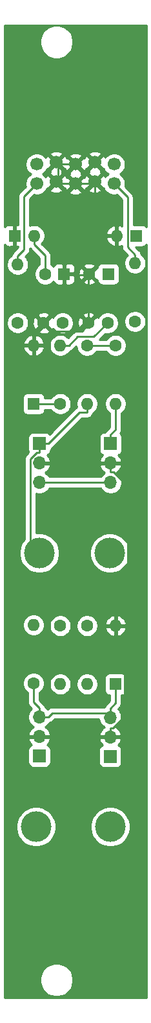
<source format=gbl>
%TF.GenerationSoftware,KiCad,Pcbnew,5.1.7-a382d34a8~87~ubuntu18.04.1*%
%TF.CreationDate,2020-10-20T20:58:06+01:00*%
%TF.ProjectId,transistor-matchers,7472616e-7369-4737-946f-722d6d617463,rev?*%
%TF.SameCoordinates,Original*%
%TF.FileFunction,Copper,L2,Bot*%
%TF.FilePolarity,Positive*%
%FSLAX46Y46*%
G04 Gerber Fmt 4.6, Leading zero omitted, Abs format (unit mm)*
G04 Created by KiCad (PCBNEW 5.1.7-a382d34a8~87~ubuntu18.04.1) date 2020-10-20 20:58:06*
%MOMM*%
%LPD*%
G01*
G04 APERTURE LIST*
%TA.AperFunction,ComponentPad*%
%ADD10O,1.600000X1.600000*%
%TD*%
%TA.AperFunction,ComponentPad*%
%ADD11C,1.600000*%
%TD*%
%TA.AperFunction,ComponentPad*%
%ADD12R,1.600000X1.600000*%
%TD*%
%TA.AperFunction,ComponentPad*%
%ADD13C,4.000000*%
%TD*%
%TA.AperFunction,ComponentPad*%
%ADD14O,1.700000X1.700000*%
%TD*%
%TA.AperFunction,ComponentPad*%
%ADD15R,1.700000X1.700000*%
%TD*%
%TA.AperFunction,ComponentPad*%
%ADD16C,1.700000*%
%TD*%
%TA.AperFunction,Conductor*%
%ADD17C,0.250000*%
%TD*%
%TA.AperFunction,Conductor*%
%ADD18C,0.254000*%
%TD*%
%TA.AperFunction,Conductor*%
%ADD19C,0.100000*%
%TD*%
G04 APERTURE END LIST*
D10*
%TO.P,R8,2*%
%TO.N,Net-(J1-Pad10)*%
X156095000Y-96580000D03*
D11*
%TO.P,R8,1*%
%TO.N,-12V*%
X156095000Y-104200000D03*
%TD*%
D10*
%TO.P,R7,2*%
%TO.N,Net-(J1-Pad1)*%
X171495000Y-96380000D03*
D11*
%TO.P,R7,1*%
%TO.N,+12V*%
X171495000Y-104000000D03*
%TD*%
D10*
%TO.P,D4,2*%
%TO.N,-12V*%
X158235000Y-92800000D03*
D12*
%TO.P,D4,1*%
%TO.N,GND*%
X155695000Y-92800000D03*
%TD*%
D10*
%TO.P,D3,2*%
%TO.N,GND*%
X169095000Y-92800000D03*
D12*
%TO.P,D3,1*%
%TO.N,+12V*%
X171635000Y-92800000D03*
%TD*%
D11*
%TO.P,C4,2*%
%TO.N,-12V*%
X161995000Y-104200000D03*
%TO.P,C4,1*%
%TO.N,GND*%
X159495000Y-104200000D03*
%TD*%
%TO.P,C3,2*%
%TO.N,-12V*%
X159695000Y-97800000D03*
D12*
%TO.P,C3,1*%
%TO.N,GND*%
X162195000Y-97800000D03*
%TD*%
D11*
%TO.P,C2,2*%
%TO.N,GND*%
X165395000Y-104200000D03*
%TO.P,C2,1*%
%TO.N,+12V*%
X167895000Y-104200000D03*
%TD*%
%TO.P,C1,2*%
%TO.N,GND*%
X165495000Y-97800000D03*
D12*
%TO.P,C1,1*%
%TO.N,+12V*%
X167995000Y-97800000D03*
%TD*%
D13*
%TO.P,PNP-TEST2,1*%
%TO.N,Net-(PNP-TEST2-Pad1)*%
X168250000Y-170000000D03*
%TD*%
%TO.P,PNP-TEST1,1*%
%TO.N,Net-(PNP-TEST1-Pad1)*%
X158500000Y-170000000D03*
%TD*%
%TO.P,NPN-TEST2,1*%
%TO.N,Net-(NPN-TEST2-Pad1)*%
X168195000Y-134250000D03*
%TD*%
%TO.P,NPN-TEST1,1*%
%TO.N,Net-(NPN-TEST1-Pad1)*%
X158945000Y-134250000D03*
%TD*%
D10*
%TO.P,R6,2*%
%TO.N,Net-(PNP-TEST2-Pad1)*%
X161695000Y-151370000D03*
D11*
%TO.P,R6,1*%
%TO.N,+12V*%
X161695000Y-143750000D03*
%TD*%
D10*
%TO.P,R5,2*%
%TO.N,Net-(PNP-TEST1-Pad1)*%
X165195000Y-151370000D03*
D11*
%TO.P,R5,1*%
%TO.N,+12V*%
X165195000Y-143750000D03*
%TD*%
D10*
%TO.P,R4,2*%
%TO.N,-12V*%
X158195000Y-143630000D03*
D11*
%TO.P,R4,1*%
%TO.N,Net-(D2-Pad1)*%
X158195000Y-151250000D03*
%TD*%
D10*
%TO.P,R3,2*%
%TO.N,Net-(NPN-TEST2-Pad1)*%
X168945000Y-114750000D03*
D11*
%TO.P,R3,1*%
%TO.N,-12V*%
X168945000Y-107130000D03*
%TD*%
D10*
%TO.P,R2,2*%
%TO.N,Net-(NPN-TEST1-Pad1)*%
X165195000Y-114750000D03*
D11*
%TO.P,R2,1*%
%TO.N,-12V*%
X165195000Y-107130000D03*
%TD*%
D10*
%TO.P,R1,2*%
%TO.N,+12V*%
X161695000Y-107130000D03*
D11*
%TO.P,R1,1*%
%TO.N,Net-(D1-Pad1)*%
X161695000Y-114750000D03*
%TD*%
D14*
%TO.P,PNP2,3*%
%TO.N,Net-(D2-Pad1)*%
X168250000Y-155710000D03*
%TO.P,PNP2,2*%
%TO.N,GND*%
X168250000Y-158250000D03*
D15*
%TO.P,PNP2,1*%
%TO.N,Net-(PNP-TEST2-Pad1)*%
X168250000Y-160790000D03*
%TD*%
D14*
%TO.P,PNP1,3*%
%TO.N,Net-(D2-Pad1)*%
X158945000Y-155670000D03*
%TO.P,PNP1,2*%
%TO.N,GND*%
X158945000Y-158210000D03*
D15*
%TO.P,PNP1,1*%
%TO.N,Net-(PNP-TEST1-Pad1)*%
X158945000Y-160750000D03*
%TD*%
D14*
%TO.P,NPN2,3*%
%TO.N,Net-(D1-Pad1)*%
X168295000Y-125040000D03*
%TO.P,NPN2,2*%
%TO.N,GND*%
X168295000Y-122500000D03*
D15*
%TO.P,NPN2,1*%
%TO.N,Net-(NPN-TEST2-Pad1)*%
X168295000Y-119960000D03*
%TD*%
D14*
%TO.P,NPN1,3*%
%TO.N,Net-(D1-Pad1)*%
X158945000Y-125040000D03*
%TO.P,NPN1,2*%
%TO.N,GND*%
X158945000Y-122500000D03*
D15*
%TO.P,NPN1,1*%
%TO.N,Net-(NPN-TEST1-Pad1)*%
X158945000Y-119960000D03*
%TD*%
D16*
%TO.P,J1,10*%
%TO.N,Net-(J1-Pad10)*%
X158595000Y-86020000D03*
%TO.P,J1,9*%
X158595000Y-83480000D03*
%TO.P,J1,8*%
%TO.N,GND*%
X161135000Y-85766000D03*
%TO.P,J1,7*%
X161135000Y-83226000D03*
%TO.P,J1,6*%
X163675000Y-86020000D03*
%TO.P,J1,5*%
X163675000Y-83480000D03*
%TO.P,J1,4*%
X166215000Y-85766000D03*
%TO.P,J1,3*%
X166215000Y-83226000D03*
%TO.P,J1,2*%
%TO.N,Net-(J1-Pad1)*%
X168755000Y-86020000D03*
%TO.P,J1,1*%
X168755000Y-83480000D03*
%TD*%
D10*
%TO.P,D2,2*%
%TO.N,GND*%
X168945000Y-143750000D03*
D12*
%TO.P,D2,1*%
%TO.N,Net-(D2-Pad1)*%
X168945000Y-151370000D03*
%TD*%
D10*
%TO.P,D1,2*%
%TO.N,GND*%
X158195000Y-107130000D03*
D12*
%TO.P,D1,1*%
%TO.N,Net-(D1-Pad1)*%
X158195000Y-114750000D03*
%TD*%
D17*
%TO.N,GND*%
X168295000Y-122500000D02*
X168295000Y-123675300D01*
X168295000Y-123675300D02*
X168662300Y-123675300D01*
X168662300Y-123675300D02*
X170523500Y-125536500D01*
X170523500Y-125536500D02*
X170523500Y-141046200D01*
X170523500Y-141046200D02*
X168945000Y-142624700D01*
X168295000Y-122500000D02*
X158945000Y-122500000D01*
X168945000Y-143750000D02*
X168945000Y-142624700D01*
X168250000Y-158250000D02*
X168250000Y-157074700D01*
X168945000Y-143750000D02*
X168945000Y-144875300D01*
X168945000Y-144875300D02*
X170079900Y-146010200D01*
X170079900Y-146010200D02*
X170079900Y-155612100D01*
X170079900Y-155612100D02*
X168617300Y-157074700D01*
X168617300Y-157074700D02*
X168250000Y-157074700D01*
X168250000Y-158250000D02*
X167074700Y-158250000D01*
X158945000Y-158210000D02*
X167034700Y-158210000D01*
X167034700Y-158210000D02*
X167074700Y-158250000D01*
X165395000Y-97900000D02*
X165495000Y-97800000D01*
X165395000Y-104200000D02*
X165395000Y-97900000D01*
X165395000Y-97900000D02*
X163420300Y-97900000D01*
X163420300Y-97900000D02*
X163320300Y-97800000D01*
X162195000Y-97800000D02*
X163320300Y-97800000D01*
X159747400Y-104452300D02*
X160621700Y-105326700D01*
X160621700Y-105326700D02*
X163736500Y-105326700D01*
X163736500Y-105326700D02*
X164863200Y-104200000D01*
X164863200Y-104200000D02*
X165395000Y-104200000D01*
X161389000Y-85512000D02*
X161135000Y-85766000D01*
X161389000Y-83480000D02*
X161389000Y-85512000D01*
X163675000Y-86020000D02*
X161897000Y-86020000D01*
X161897000Y-86020000D02*
X161389000Y-85512000D01*
X166215000Y-86020000D02*
X163675000Y-86020000D01*
X161389000Y-83480000D02*
X161135000Y-83226000D01*
X163675000Y-83480000D02*
X161389000Y-83480000D01*
X159495000Y-104200000D02*
X159747400Y-104452300D01*
X158195000Y-106004700D02*
X159747400Y-104452300D01*
X158195000Y-107130000D02*
X158195000Y-106004700D01*
X165495000Y-97800000D02*
X165495000Y-97525300D01*
X165495000Y-97525300D02*
X169095000Y-93925300D01*
X166215000Y-86020000D02*
X166215000Y-88794700D01*
X166215000Y-88794700D02*
X169095000Y-91674700D01*
X166215000Y-85766000D02*
X166215000Y-86020000D01*
X169095000Y-92800000D02*
X169095000Y-93925300D01*
X169095000Y-92800000D02*
X169095000Y-91674700D01*
%TO.N,Net-(D1-Pad1)*%
X168295000Y-125040000D02*
X158945000Y-125040000D01*
X158195000Y-114750000D02*
X161695000Y-114750000D01*
%TO.N,Net-(D2-Pad1)*%
X158945000Y-155670000D02*
X160120300Y-155670000D01*
X168250000Y-155122300D02*
X160668000Y-155122300D01*
X160668000Y-155122300D02*
X160120300Y-155670000D01*
X168250000Y-155122300D02*
X168250000Y-154534700D01*
X168250000Y-155710000D02*
X168250000Y-155122300D01*
X158945000Y-155670000D02*
X158945000Y-154494700D01*
X158945000Y-154494700D02*
X158195000Y-153744700D01*
X158195000Y-153744700D02*
X158195000Y-151250000D01*
X168945000Y-151370000D02*
X168945000Y-153839700D01*
X168945000Y-153839700D02*
X168250000Y-154534700D01*
%TO.N,-12V*%
X158235000Y-92800000D02*
X158235000Y-93925300D01*
X159695000Y-97800000D02*
X159695000Y-95385300D01*
X159695000Y-95385300D02*
X158235000Y-93925300D01*
X165195000Y-107130000D02*
X168945000Y-107130000D01*
%TO.N,+12V*%
X167895000Y-104200000D02*
X166090300Y-106004700D01*
X166090300Y-106004700D02*
X163945600Y-106004700D01*
X163945600Y-106004700D02*
X162820300Y-107130000D01*
X161695000Y-107130000D02*
X162820300Y-107130000D01*
%TO.N,Net-(NPN-TEST2-Pad1)*%
X168295000Y-119960000D02*
X168295000Y-118784700D01*
X168295000Y-118784700D02*
X168945000Y-118134700D01*
X168945000Y-118134700D02*
X168945000Y-114750000D01*
%TO.N,Net-(NPN-TEST1-Pad1)*%
X158945000Y-119960000D02*
X158945000Y-121135300D01*
X158945000Y-134250000D02*
X157769700Y-133074700D01*
X157769700Y-133074700D02*
X157769700Y-121943200D01*
X157769700Y-121943200D02*
X158577600Y-121135300D01*
X158577600Y-121135300D02*
X158945000Y-121135300D01*
X165195000Y-114750000D02*
X165195000Y-115875300D01*
X158945000Y-119960000D02*
X160120300Y-119960000D01*
X160120300Y-119960000D02*
X164205000Y-115875300D01*
X164205000Y-115875300D02*
X165195000Y-115875300D01*
%TO.N,Net-(J1-Pad10)*%
X156095000Y-96580000D02*
X156095000Y-95454700D01*
X158595000Y-86020000D02*
X156942400Y-87672600D01*
X156942400Y-87672600D02*
X156942400Y-94607300D01*
X156942400Y-94607300D02*
X156095000Y-95454700D01*
%TO.N,Net-(J1-Pad1)*%
X171495000Y-96380000D02*
X171495000Y-95254700D01*
X168755000Y-86020000D02*
X170509600Y-87774600D01*
X170509600Y-87774600D02*
X170509600Y-94269300D01*
X170509600Y-94269300D02*
X171495000Y-95254700D01*
%TD*%
D18*
%TO.N,GND*%
X172989830Y-91690955D02*
X172965537Y-91645506D01*
X172886185Y-91548815D01*
X172789494Y-91469463D01*
X172679180Y-91410498D01*
X172559482Y-91374188D01*
X172435000Y-91361928D01*
X171269600Y-91361928D01*
X171269600Y-87811922D01*
X171273276Y-87774599D01*
X171269600Y-87737276D01*
X171269600Y-87737267D01*
X171258603Y-87625614D01*
X171215146Y-87482353D01*
X171160625Y-87380353D01*
X171144574Y-87350323D01*
X171073399Y-87263597D01*
X171049601Y-87234599D01*
X171020604Y-87210802D01*
X170196210Y-86386408D01*
X170240000Y-86166260D01*
X170240000Y-85873740D01*
X170182932Y-85586842D01*
X170070990Y-85316589D01*
X169908475Y-85073368D01*
X169701632Y-84866525D01*
X169527240Y-84750000D01*
X169701632Y-84633475D01*
X169908475Y-84426632D01*
X170070990Y-84183411D01*
X170182932Y-83913158D01*
X170240000Y-83626260D01*
X170240000Y-83333740D01*
X170182932Y-83046842D01*
X170070990Y-82776589D01*
X169908475Y-82533368D01*
X169701632Y-82326525D01*
X169458411Y-82164010D01*
X169188158Y-82052068D01*
X168901260Y-81995000D01*
X168608740Y-81995000D01*
X168321842Y-82052068D01*
X168051589Y-82164010D01*
X167808368Y-82326525D01*
X167601525Y-82533368D01*
X167564257Y-82589144D01*
X167492472Y-82454843D01*
X167243397Y-82377208D01*
X166394605Y-83226000D01*
X167243397Y-84074792D01*
X167376796Y-84033212D01*
X167439010Y-84183411D01*
X167601525Y-84426632D01*
X167808368Y-84633475D01*
X167982760Y-84750000D01*
X167808368Y-84866525D01*
X167601525Y-85073368D01*
X167564257Y-85129144D01*
X167492472Y-84994843D01*
X167243397Y-84917208D01*
X166394605Y-85766000D01*
X167243397Y-86614792D01*
X167376796Y-86573212D01*
X167439010Y-86723411D01*
X167601525Y-86966632D01*
X167808368Y-87173475D01*
X168051589Y-87335990D01*
X168321842Y-87447932D01*
X168608740Y-87505000D01*
X168901260Y-87505000D01*
X169121408Y-87461210D01*
X169749600Y-88089402D01*
X169749601Y-91527351D01*
X169708881Y-91502930D01*
X169444040Y-91408091D01*
X169222000Y-91529376D01*
X169222000Y-92673000D01*
X169242000Y-92673000D01*
X169242000Y-92927000D01*
X169222000Y-92927000D01*
X169222000Y-94070624D01*
X169444040Y-94191909D01*
X169708881Y-94097070D01*
X169749601Y-94072649D01*
X169749601Y-94231968D01*
X169745924Y-94269300D01*
X169760598Y-94418285D01*
X169804054Y-94561546D01*
X169874626Y-94693576D01*
X169945801Y-94780302D01*
X169969600Y-94809301D01*
X169998598Y-94833099D01*
X170505551Y-95340053D01*
X170380363Y-95465241D01*
X170223320Y-95700273D01*
X170115147Y-95961426D01*
X170060000Y-96238665D01*
X170060000Y-96521335D01*
X170115147Y-96798574D01*
X170223320Y-97059727D01*
X170380363Y-97294759D01*
X170580241Y-97494637D01*
X170815273Y-97651680D01*
X171076426Y-97759853D01*
X171353665Y-97815000D01*
X171636335Y-97815000D01*
X171913574Y-97759853D01*
X172174727Y-97651680D01*
X172409759Y-97494637D01*
X172609637Y-97294759D01*
X172766680Y-97059727D01*
X172874853Y-96798574D01*
X172930000Y-96521335D01*
X172930000Y-96238665D01*
X172874853Y-95961426D01*
X172766680Y-95700273D01*
X172609637Y-95465241D01*
X172409759Y-95265363D01*
X172249158Y-95158053D01*
X172244003Y-95105714D01*
X172200546Y-94962453D01*
X172137925Y-94845299D01*
X172129974Y-94830423D01*
X172058799Y-94743697D01*
X172035001Y-94714699D01*
X172006003Y-94690901D01*
X171553174Y-94238072D01*
X172435000Y-94238072D01*
X172559482Y-94225812D01*
X172679180Y-94189502D01*
X172789494Y-94130537D01*
X172886185Y-94051185D01*
X172965537Y-93954494D01*
X172989830Y-93909045D01*
X172989831Y-192314980D01*
X154379830Y-192314980D01*
X154379830Y-189783852D01*
X159000448Y-189783852D01*
X159000448Y-190216108D01*
X159084777Y-190640058D01*
X159250194Y-191039410D01*
X159490342Y-191398817D01*
X159795993Y-191704468D01*
X160155400Y-191944616D01*
X160554752Y-192110033D01*
X160978702Y-192194362D01*
X161410958Y-192194362D01*
X161834908Y-192110033D01*
X162234260Y-191944616D01*
X162593667Y-191704468D01*
X162899318Y-191398817D01*
X163139466Y-191039410D01*
X163304883Y-190640058D01*
X163389212Y-190216108D01*
X163389212Y-189783852D01*
X163304883Y-189359902D01*
X163139466Y-188960550D01*
X162899318Y-188601143D01*
X162593667Y-188295492D01*
X162234260Y-188055344D01*
X161834908Y-187889927D01*
X161410958Y-187805598D01*
X160978702Y-187805598D01*
X160554752Y-187889927D01*
X160155400Y-188055344D01*
X159795993Y-188295492D01*
X159490342Y-188601143D01*
X159250194Y-188960550D01*
X159084777Y-189359902D01*
X159000448Y-189783852D01*
X154379830Y-189783852D01*
X154379830Y-169740475D01*
X155865000Y-169740475D01*
X155865000Y-170259525D01*
X155966261Y-170768601D01*
X156164893Y-171248141D01*
X156453262Y-171679715D01*
X156820285Y-172046738D01*
X157251859Y-172335107D01*
X157731399Y-172533739D01*
X158240475Y-172635000D01*
X158759525Y-172635000D01*
X159268601Y-172533739D01*
X159748141Y-172335107D01*
X160179715Y-172046738D01*
X160546738Y-171679715D01*
X160835107Y-171248141D01*
X161033739Y-170768601D01*
X161135000Y-170259525D01*
X161135000Y-169740475D01*
X165615000Y-169740475D01*
X165615000Y-170259525D01*
X165716261Y-170768601D01*
X165914893Y-171248141D01*
X166203262Y-171679715D01*
X166570285Y-172046738D01*
X167001859Y-172335107D01*
X167481399Y-172533739D01*
X167990475Y-172635000D01*
X168509525Y-172635000D01*
X169018601Y-172533739D01*
X169498141Y-172335107D01*
X169929715Y-172046738D01*
X170296738Y-171679715D01*
X170585107Y-171248141D01*
X170783739Y-170768601D01*
X170885000Y-170259525D01*
X170885000Y-169740475D01*
X170783739Y-169231399D01*
X170585107Y-168751859D01*
X170296738Y-168320285D01*
X169929715Y-167953262D01*
X169498141Y-167664893D01*
X169018601Y-167466261D01*
X168509525Y-167365000D01*
X167990475Y-167365000D01*
X167481399Y-167466261D01*
X167001859Y-167664893D01*
X166570285Y-167953262D01*
X166203262Y-168320285D01*
X165914893Y-168751859D01*
X165716261Y-169231399D01*
X165615000Y-169740475D01*
X161135000Y-169740475D01*
X161033739Y-169231399D01*
X160835107Y-168751859D01*
X160546738Y-168320285D01*
X160179715Y-167953262D01*
X159748141Y-167664893D01*
X159268601Y-167466261D01*
X158759525Y-167365000D01*
X158240475Y-167365000D01*
X157731399Y-167466261D01*
X157251859Y-167664893D01*
X156820285Y-167953262D01*
X156453262Y-168320285D01*
X156164893Y-168751859D01*
X155966261Y-169231399D01*
X155865000Y-169740475D01*
X154379830Y-169740475D01*
X154379830Y-159900000D01*
X157456928Y-159900000D01*
X157456928Y-161600000D01*
X157469188Y-161724482D01*
X157505498Y-161844180D01*
X157564463Y-161954494D01*
X157643815Y-162051185D01*
X157740506Y-162130537D01*
X157850820Y-162189502D01*
X157970518Y-162225812D01*
X158095000Y-162238072D01*
X159795000Y-162238072D01*
X159919482Y-162225812D01*
X160039180Y-162189502D01*
X160149494Y-162130537D01*
X160246185Y-162051185D01*
X160325537Y-161954494D01*
X160384502Y-161844180D01*
X160420812Y-161724482D01*
X160433072Y-161600000D01*
X160433072Y-159940000D01*
X166761928Y-159940000D01*
X166761928Y-161640000D01*
X166774188Y-161764482D01*
X166810498Y-161884180D01*
X166869463Y-161994494D01*
X166948815Y-162091185D01*
X167045506Y-162170537D01*
X167155820Y-162229502D01*
X167275518Y-162265812D01*
X167400000Y-162278072D01*
X169100000Y-162278072D01*
X169224482Y-162265812D01*
X169344180Y-162229502D01*
X169454494Y-162170537D01*
X169551185Y-162091185D01*
X169630537Y-161994494D01*
X169689502Y-161884180D01*
X169725812Y-161764482D01*
X169738072Y-161640000D01*
X169738072Y-159940000D01*
X169725812Y-159815518D01*
X169689502Y-159695820D01*
X169630537Y-159585506D01*
X169551185Y-159488815D01*
X169454494Y-159409463D01*
X169344180Y-159350498D01*
X169263534Y-159326034D01*
X169347588Y-159250269D01*
X169521641Y-159016920D01*
X169646825Y-158754099D01*
X169691476Y-158606890D01*
X169570155Y-158377000D01*
X168377000Y-158377000D01*
X168377000Y-158397000D01*
X168123000Y-158397000D01*
X168123000Y-158377000D01*
X166929845Y-158377000D01*
X166808524Y-158606890D01*
X166853175Y-158754099D01*
X166978359Y-159016920D01*
X167152412Y-159250269D01*
X167236466Y-159326034D01*
X167155820Y-159350498D01*
X167045506Y-159409463D01*
X166948815Y-159488815D01*
X166869463Y-159585506D01*
X166810498Y-159695820D01*
X166774188Y-159815518D01*
X166761928Y-159940000D01*
X160433072Y-159940000D01*
X160433072Y-159900000D01*
X160420812Y-159775518D01*
X160384502Y-159655820D01*
X160325537Y-159545506D01*
X160246185Y-159448815D01*
X160149494Y-159369463D01*
X160039180Y-159310498D01*
X159958534Y-159286034D01*
X160042588Y-159210269D01*
X160216641Y-158976920D01*
X160341825Y-158714099D01*
X160386476Y-158566890D01*
X160265155Y-158337000D01*
X159072000Y-158337000D01*
X159072000Y-158357000D01*
X158818000Y-158357000D01*
X158818000Y-158337000D01*
X157624845Y-158337000D01*
X157503524Y-158566890D01*
X157548175Y-158714099D01*
X157673359Y-158976920D01*
X157847412Y-159210269D01*
X157931466Y-159286034D01*
X157850820Y-159310498D01*
X157740506Y-159369463D01*
X157643815Y-159448815D01*
X157564463Y-159545506D01*
X157505498Y-159655820D01*
X157469188Y-159775518D01*
X157456928Y-159900000D01*
X154379830Y-159900000D01*
X154379830Y-151108665D01*
X156760000Y-151108665D01*
X156760000Y-151391335D01*
X156815147Y-151668574D01*
X156923320Y-151929727D01*
X157080363Y-152164759D01*
X157280241Y-152364637D01*
X157435001Y-152468044D01*
X157435000Y-153707377D01*
X157431324Y-153744700D01*
X157435000Y-153782022D01*
X157435000Y-153782032D01*
X157445997Y-153893685D01*
X157474815Y-153988686D01*
X157489454Y-154036946D01*
X157560026Y-154168976D01*
X157573177Y-154185000D01*
X157654999Y-154284701D01*
X157684002Y-154308503D01*
X157945196Y-154569697D01*
X157791525Y-154723368D01*
X157629010Y-154966589D01*
X157517068Y-155236842D01*
X157460000Y-155523740D01*
X157460000Y-155816260D01*
X157517068Y-156103158D01*
X157629010Y-156373411D01*
X157791525Y-156616632D01*
X157998368Y-156823475D01*
X158180534Y-156945195D01*
X158063645Y-157014822D01*
X157847412Y-157209731D01*
X157673359Y-157443080D01*
X157548175Y-157705901D01*
X157503524Y-157853110D01*
X157624845Y-158083000D01*
X158818000Y-158083000D01*
X158818000Y-158063000D01*
X159072000Y-158063000D01*
X159072000Y-158083000D01*
X160265155Y-158083000D01*
X160386476Y-157853110D01*
X160341825Y-157705901D01*
X160216641Y-157443080D01*
X160042588Y-157209731D01*
X159826355Y-157014822D01*
X159709466Y-156945195D01*
X159891632Y-156823475D01*
X160098475Y-156616632D01*
X160227796Y-156423089D01*
X160269286Y-156419003D01*
X160412547Y-156375546D01*
X160544576Y-156304974D01*
X160660301Y-156210001D01*
X160684103Y-156180998D01*
X160982802Y-155882300D01*
X166770180Y-155882300D01*
X166822068Y-156143158D01*
X166934010Y-156413411D01*
X167096525Y-156656632D01*
X167303368Y-156863475D01*
X167485534Y-156985195D01*
X167368645Y-157054822D01*
X167152412Y-157249731D01*
X166978359Y-157483080D01*
X166853175Y-157745901D01*
X166808524Y-157893110D01*
X166929845Y-158123000D01*
X168123000Y-158123000D01*
X168123000Y-158103000D01*
X168377000Y-158103000D01*
X168377000Y-158123000D01*
X169570155Y-158123000D01*
X169691476Y-157893110D01*
X169646825Y-157745901D01*
X169521641Y-157483080D01*
X169347588Y-157249731D01*
X169131355Y-157054822D01*
X169014466Y-156985195D01*
X169196632Y-156863475D01*
X169403475Y-156656632D01*
X169565990Y-156413411D01*
X169677932Y-156143158D01*
X169735000Y-155856260D01*
X169735000Y-155563740D01*
X169677932Y-155276842D01*
X169565990Y-155006589D01*
X169403475Y-154763368D01*
X169249805Y-154609698D01*
X169456008Y-154403495D01*
X169485001Y-154379701D01*
X169508795Y-154350708D01*
X169508799Y-154350704D01*
X169579973Y-154263977D01*
X169579974Y-154263976D01*
X169650546Y-154131947D01*
X169694003Y-153988686D01*
X169705000Y-153877033D01*
X169705000Y-153877024D01*
X169708676Y-153839701D01*
X169705000Y-153802378D01*
X169705000Y-152808072D01*
X169745000Y-152808072D01*
X169869482Y-152795812D01*
X169989180Y-152759502D01*
X170099494Y-152700537D01*
X170196185Y-152621185D01*
X170275537Y-152524494D01*
X170334502Y-152414180D01*
X170370812Y-152294482D01*
X170383072Y-152170000D01*
X170383072Y-150570000D01*
X170370812Y-150445518D01*
X170334502Y-150325820D01*
X170275537Y-150215506D01*
X170196185Y-150118815D01*
X170099494Y-150039463D01*
X169989180Y-149980498D01*
X169869482Y-149944188D01*
X169745000Y-149931928D01*
X168145000Y-149931928D01*
X168020518Y-149944188D01*
X167900820Y-149980498D01*
X167790506Y-150039463D01*
X167693815Y-150118815D01*
X167614463Y-150215506D01*
X167555498Y-150325820D01*
X167519188Y-150445518D01*
X167506928Y-150570000D01*
X167506928Y-152170000D01*
X167519188Y-152294482D01*
X167555498Y-152414180D01*
X167614463Y-152524494D01*
X167693815Y-152621185D01*
X167790506Y-152700537D01*
X167900820Y-152759502D01*
X168020518Y-152795812D01*
X168145000Y-152808072D01*
X168185001Y-152808072D01*
X168185001Y-153524897D01*
X167738997Y-153970901D01*
X167710000Y-153994699D01*
X167686202Y-154023697D01*
X167686201Y-154023698D01*
X167615026Y-154110424D01*
X167603522Y-154131947D01*
X167544454Y-154242453D01*
X167508099Y-154362300D01*
X160705325Y-154362300D01*
X160668000Y-154358624D01*
X160630675Y-154362300D01*
X160630667Y-154362300D01*
X160519014Y-154373297D01*
X160375753Y-154416754D01*
X160243724Y-154487326D01*
X160127999Y-154582299D01*
X160104200Y-154611298D01*
X160045303Y-154670196D01*
X159891632Y-154516525D01*
X159698089Y-154387204D01*
X159694003Y-154345714D01*
X159650546Y-154202453D01*
X159579974Y-154070424D01*
X159485001Y-153954699D01*
X159456002Y-153930901D01*
X158955000Y-153429899D01*
X158955000Y-152468043D01*
X159109759Y-152364637D01*
X159309637Y-152164759D01*
X159466680Y-151929727D01*
X159574853Y-151668574D01*
X159630000Y-151391335D01*
X159630000Y-151228665D01*
X160260000Y-151228665D01*
X160260000Y-151511335D01*
X160315147Y-151788574D01*
X160423320Y-152049727D01*
X160580363Y-152284759D01*
X160780241Y-152484637D01*
X161015273Y-152641680D01*
X161276426Y-152749853D01*
X161553665Y-152805000D01*
X161836335Y-152805000D01*
X162113574Y-152749853D01*
X162374727Y-152641680D01*
X162609759Y-152484637D01*
X162809637Y-152284759D01*
X162966680Y-152049727D01*
X163074853Y-151788574D01*
X163130000Y-151511335D01*
X163130000Y-151228665D01*
X163760000Y-151228665D01*
X163760000Y-151511335D01*
X163815147Y-151788574D01*
X163923320Y-152049727D01*
X164080363Y-152284759D01*
X164280241Y-152484637D01*
X164515273Y-152641680D01*
X164776426Y-152749853D01*
X165053665Y-152805000D01*
X165336335Y-152805000D01*
X165613574Y-152749853D01*
X165874727Y-152641680D01*
X166109759Y-152484637D01*
X166309637Y-152284759D01*
X166466680Y-152049727D01*
X166574853Y-151788574D01*
X166630000Y-151511335D01*
X166630000Y-151228665D01*
X166574853Y-150951426D01*
X166466680Y-150690273D01*
X166309637Y-150455241D01*
X166109759Y-150255363D01*
X165874727Y-150098320D01*
X165613574Y-149990147D01*
X165336335Y-149935000D01*
X165053665Y-149935000D01*
X164776426Y-149990147D01*
X164515273Y-150098320D01*
X164280241Y-150255363D01*
X164080363Y-150455241D01*
X163923320Y-150690273D01*
X163815147Y-150951426D01*
X163760000Y-151228665D01*
X163130000Y-151228665D01*
X163074853Y-150951426D01*
X162966680Y-150690273D01*
X162809637Y-150455241D01*
X162609759Y-150255363D01*
X162374727Y-150098320D01*
X162113574Y-149990147D01*
X161836335Y-149935000D01*
X161553665Y-149935000D01*
X161276426Y-149990147D01*
X161015273Y-150098320D01*
X160780241Y-150255363D01*
X160580363Y-150455241D01*
X160423320Y-150690273D01*
X160315147Y-150951426D01*
X160260000Y-151228665D01*
X159630000Y-151228665D01*
X159630000Y-151108665D01*
X159574853Y-150831426D01*
X159466680Y-150570273D01*
X159309637Y-150335241D01*
X159109759Y-150135363D01*
X158874727Y-149978320D01*
X158613574Y-149870147D01*
X158336335Y-149815000D01*
X158053665Y-149815000D01*
X157776426Y-149870147D01*
X157515273Y-149978320D01*
X157280241Y-150135363D01*
X157080363Y-150335241D01*
X156923320Y-150570273D01*
X156815147Y-150831426D01*
X156760000Y-151108665D01*
X154379830Y-151108665D01*
X154379830Y-143488665D01*
X156760000Y-143488665D01*
X156760000Y-143771335D01*
X156815147Y-144048574D01*
X156923320Y-144309727D01*
X157080363Y-144544759D01*
X157280241Y-144744637D01*
X157515273Y-144901680D01*
X157776426Y-145009853D01*
X158053665Y-145065000D01*
X158336335Y-145065000D01*
X158613574Y-145009853D01*
X158874727Y-144901680D01*
X159109759Y-144744637D01*
X159309637Y-144544759D01*
X159466680Y-144309727D01*
X159574853Y-144048574D01*
X159630000Y-143771335D01*
X159630000Y-143608665D01*
X160260000Y-143608665D01*
X160260000Y-143891335D01*
X160315147Y-144168574D01*
X160423320Y-144429727D01*
X160580363Y-144664759D01*
X160780241Y-144864637D01*
X161015273Y-145021680D01*
X161276426Y-145129853D01*
X161553665Y-145185000D01*
X161836335Y-145185000D01*
X162113574Y-145129853D01*
X162374727Y-145021680D01*
X162609759Y-144864637D01*
X162809637Y-144664759D01*
X162966680Y-144429727D01*
X163074853Y-144168574D01*
X163130000Y-143891335D01*
X163130000Y-143608665D01*
X163760000Y-143608665D01*
X163760000Y-143891335D01*
X163815147Y-144168574D01*
X163923320Y-144429727D01*
X164080363Y-144664759D01*
X164280241Y-144864637D01*
X164515273Y-145021680D01*
X164776426Y-145129853D01*
X165053665Y-145185000D01*
X165336335Y-145185000D01*
X165613574Y-145129853D01*
X165874727Y-145021680D01*
X166109759Y-144864637D01*
X166309637Y-144664759D01*
X166466680Y-144429727D01*
X166574853Y-144168574D01*
X166588684Y-144099040D01*
X167553091Y-144099040D01*
X167647930Y-144363881D01*
X167792615Y-144605131D01*
X167981586Y-144813519D01*
X168207580Y-144981037D01*
X168461913Y-145101246D01*
X168595961Y-145141904D01*
X168818000Y-145019915D01*
X168818000Y-143877000D01*
X169072000Y-143877000D01*
X169072000Y-145019915D01*
X169294039Y-145141904D01*
X169428087Y-145101246D01*
X169682420Y-144981037D01*
X169908414Y-144813519D01*
X170097385Y-144605131D01*
X170242070Y-144363881D01*
X170336909Y-144099040D01*
X170215624Y-143877000D01*
X169072000Y-143877000D01*
X168818000Y-143877000D01*
X167674376Y-143877000D01*
X167553091Y-144099040D01*
X166588684Y-144099040D01*
X166630000Y-143891335D01*
X166630000Y-143608665D01*
X166588685Y-143400960D01*
X167553091Y-143400960D01*
X167674376Y-143623000D01*
X168818000Y-143623000D01*
X168818000Y-142480085D01*
X169072000Y-142480085D01*
X169072000Y-143623000D01*
X170215624Y-143623000D01*
X170336909Y-143400960D01*
X170242070Y-143136119D01*
X170097385Y-142894869D01*
X169908414Y-142686481D01*
X169682420Y-142518963D01*
X169428087Y-142398754D01*
X169294039Y-142358096D01*
X169072000Y-142480085D01*
X168818000Y-142480085D01*
X168595961Y-142358096D01*
X168461913Y-142398754D01*
X168207580Y-142518963D01*
X167981586Y-142686481D01*
X167792615Y-142894869D01*
X167647930Y-143136119D01*
X167553091Y-143400960D01*
X166588685Y-143400960D01*
X166574853Y-143331426D01*
X166466680Y-143070273D01*
X166309637Y-142835241D01*
X166109759Y-142635363D01*
X165874727Y-142478320D01*
X165613574Y-142370147D01*
X165336335Y-142315000D01*
X165053665Y-142315000D01*
X164776426Y-142370147D01*
X164515273Y-142478320D01*
X164280241Y-142635363D01*
X164080363Y-142835241D01*
X163923320Y-143070273D01*
X163815147Y-143331426D01*
X163760000Y-143608665D01*
X163130000Y-143608665D01*
X163074853Y-143331426D01*
X162966680Y-143070273D01*
X162809637Y-142835241D01*
X162609759Y-142635363D01*
X162374727Y-142478320D01*
X162113574Y-142370147D01*
X161836335Y-142315000D01*
X161553665Y-142315000D01*
X161276426Y-142370147D01*
X161015273Y-142478320D01*
X160780241Y-142635363D01*
X160580363Y-142835241D01*
X160423320Y-143070273D01*
X160315147Y-143331426D01*
X160260000Y-143608665D01*
X159630000Y-143608665D01*
X159630000Y-143488665D01*
X159574853Y-143211426D01*
X159466680Y-142950273D01*
X159309637Y-142715241D01*
X159109759Y-142515363D01*
X158874727Y-142358320D01*
X158613574Y-142250147D01*
X158336335Y-142195000D01*
X158053665Y-142195000D01*
X157776426Y-142250147D01*
X157515273Y-142358320D01*
X157280241Y-142515363D01*
X157080363Y-142715241D01*
X156923320Y-142950273D01*
X156815147Y-143211426D01*
X156760000Y-143488665D01*
X154379830Y-143488665D01*
X154379830Y-133990475D01*
X156310000Y-133990475D01*
X156310000Y-134509525D01*
X156411261Y-135018601D01*
X156609893Y-135498141D01*
X156898262Y-135929715D01*
X157265285Y-136296738D01*
X157696859Y-136585107D01*
X158176399Y-136783739D01*
X158685475Y-136885000D01*
X159204525Y-136885000D01*
X159713601Y-136783739D01*
X160193141Y-136585107D01*
X160624715Y-136296738D01*
X160991738Y-135929715D01*
X161280107Y-135498141D01*
X161478739Y-135018601D01*
X161580000Y-134509525D01*
X161580000Y-133990475D01*
X165560000Y-133990475D01*
X165560000Y-134509525D01*
X165661261Y-135018601D01*
X165859893Y-135498141D01*
X166148262Y-135929715D01*
X166515285Y-136296738D01*
X166946859Y-136585107D01*
X167426399Y-136783739D01*
X167935475Y-136885000D01*
X168454525Y-136885000D01*
X168963601Y-136783739D01*
X169443141Y-136585107D01*
X169874715Y-136296738D01*
X170241738Y-135929715D01*
X170530107Y-135498141D01*
X170728739Y-135018601D01*
X170830000Y-134509525D01*
X170830000Y-133990475D01*
X170728739Y-133481399D01*
X170530107Y-133001859D01*
X170241738Y-132570285D01*
X169874715Y-132203262D01*
X169443141Y-131914893D01*
X168963601Y-131716261D01*
X168454525Y-131615000D01*
X167935475Y-131615000D01*
X167426399Y-131716261D01*
X166946859Y-131914893D01*
X166515285Y-132203262D01*
X166148262Y-132570285D01*
X165859893Y-133001859D01*
X165661261Y-133481399D01*
X165560000Y-133990475D01*
X161580000Y-133990475D01*
X161478739Y-133481399D01*
X161280107Y-133001859D01*
X160991738Y-132570285D01*
X160624715Y-132203262D01*
X160193141Y-131914893D01*
X159713601Y-131716261D01*
X159204525Y-131615000D01*
X158685475Y-131615000D01*
X158529700Y-131645985D01*
X158529700Y-126471484D01*
X158798740Y-126525000D01*
X159091260Y-126525000D01*
X159378158Y-126467932D01*
X159648411Y-126355990D01*
X159891632Y-126193475D01*
X160098475Y-125986632D01*
X160223178Y-125800000D01*
X167016822Y-125800000D01*
X167141525Y-125986632D01*
X167348368Y-126193475D01*
X167591589Y-126355990D01*
X167861842Y-126467932D01*
X168148740Y-126525000D01*
X168441260Y-126525000D01*
X168728158Y-126467932D01*
X168998411Y-126355990D01*
X169241632Y-126193475D01*
X169448475Y-125986632D01*
X169610990Y-125743411D01*
X169722932Y-125473158D01*
X169780000Y-125186260D01*
X169780000Y-124893740D01*
X169722932Y-124606842D01*
X169610990Y-124336589D01*
X169448475Y-124093368D01*
X169241632Y-123886525D01*
X169059466Y-123764805D01*
X169176355Y-123695178D01*
X169392588Y-123500269D01*
X169566641Y-123266920D01*
X169691825Y-123004099D01*
X169736476Y-122856890D01*
X169615155Y-122627000D01*
X168422000Y-122627000D01*
X168422000Y-122647000D01*
X168168000Y-122647000D01*
X168168000Y-122627000D01*
X166974845Y-122627000D01*
X166853524Y-122856890D01*
X166898175Y-123004099D01*
X167023359Y-123266920D01*
X167197412Y-123500269D01*
X167413645Y-123695178D01*
X167530534Y-123764805D01*
X167348368Y-123886525D01*
X167141525Y-124093368D01*
X167016822Y-124280000D01*
X160223178Y-124280000D01*
X160098475Y-124093368D01*
X159891632Y-123886525D01*
X159709466Y-123764805D01*
X159826355Y-123695178D01*
X160042588Y-123500269D01*
X160216641Y-123266920D01*
X160341825Y-123004099D01*
X160386476Y-122856890D01*
X160265155Y-122627000D01*
X159072000Y-122627000D01*
X159072000Y-122647000D01*
X158818000Y-122647000D01*
X158818000Y-122627000D01*
X158798000Y-122627000D01*
X158798000Y-122373000D01*
X158818000Y-122373000D01*
X158818000Y-122353000D01*
X159072000Y-122353000D01*
X159072000Y-122373000D01*
X160265155Y-122373000D01*
X160386476Y-122143110D01*
X160341825Y-121995901D01*
X160216641Y-121733080D01*
X160042588Y-121499731D01*
X159958534Y-121423966D01*
X160039180Y-121399502D01*
X160149494Y-121340537D01*
X160246185Y-121261185D01*
X160325537Y-121164494D01*
X160384502Y-121054180D01*
X160420812Y-120934482D01*
X160433072Y-120810000D01*
X160433072Y-120654575D01*
X160544576Y-120594974D01*
X160660301Y-120500001D01*
X160684104Y-120470997D01*
X162045101Y-119110000D01*
X166806928Y-119110000D01*
X166806928Y-120810000D01*
X166819188Y-120934482D01*
X166855498Y-121054180D01*
X166914463Y-121164494D01*
X166993815Y-121261185D01*
X167090506Y-121340537D01*
X167200820Y-121399502D01*
X167281466Y-121423966D01*
X167197412Y-121499731D01*
X167023359Y-121733080D01*
X166898175Y-121995901D01*
X166853524Y-122143110D01*
X166974845Y-122373000D01*
X168168000Y-122373000D01*
X168168000Y-122353000D01*
X168422000Y-122353000D01*
X168422000Y-122373000D01*
X169615155Y-122373000D01*
X169736476Y-122143110D01*
X169691825Y-121995901D01*
X169566641Y-121733080D01*
X169392588Y-121499731D01*
X169308534Y-121423966D01*
X169389180Y-121399502D01*
X169499494Y-121340537D01*
X169596185Y-121261185D01*
X169675537Y-121164494D01*
X169734502Y-121054180D01*
X169770812Y-120934482D01*
X169783072Y-120810000D01*
X169783072Y-119110000D01*
X169770812Y-118985518D01*
X169734502Y-118865820D01*
X169675537Y-118755506D01*
X169596185Y-118658815D01*
X169537538Y-118610685D01*
X169579974Y-118558976D01*
X169650546Y-118426947D01*
X169694003Y-118283686D01*
X169705000Y-118172033D01*
X169705000Y-118172023D01*
X169708676Y-118134700D01*
X169705000Y-118097377D01*
X169705000Y-115968043D01*
X169859759Y-115864637D01*
X170059637Y-115664759D01*
X170216680Y-115429727D01*
X170324853Y-115168574D01*
X170380000Y-114891335D01*
X170380000Y-114608665D01*
X170324853Y-114331426D01*
X170216680Y-114070273D01*
X170059637Y-113835241D01*
X169859759Y-113635363D01*
X169624727Y-113478320D01*
X169363574Y-113370147D01*
X169086335Y-113315000D01*
X168803665Y-113315000D01*
X168526426Y-113370147D01*
X168265273Y-113478320D01*
X168030241Y-113635363D01*
X167830363Y-113835241D01*
X167673320Y-114070273D01*
X167565147Y-114331426D01*
X167510000Y-114608665D01*
X167510000Y-114891335D01*
X167565147Y-115168574D01*
X167673320Y-115429727D01*
X167830363Y-115664759D01*
X168030241Y-115864637D01*
X168185001Y-115968044D01*
X168185000Y-117819898D01*
X167783998Y-118220901D01*
X167755000Y-118244699D01*
X167731202Y-118273697D01*
X167731201Y-118273698D01*
X167660026Y-118360424D01*
X167600425Y-118471928D01*
X167445000Y-118471928D01*
X167320518Y-118484188D01*
X167200820Y-118520498D01*
X167090506Y-118579463D01*
X166993815Y-118658815D01*
X166914463Y-118755506D01*
X166855498Y-118865820D01*
X166819188Y-118985518D01*
X166806928Y-119110000D01*
X162045101Y-119110000D01*
X164519802Y-116635300D01*
X165157667Y-116635300D01*
X165195000Y-116638977D01*
X165343986Y-116624303D01*
X165487247Y-116580846D01*
X165619276Y-116510274D01*
X165735001Y-116415301D01*
X165829974Y-116299576D01*
X165900546Y-116167547D01*
X165944003Y-116024286D01*
X165949158Y-115971947D01*
X166109759Y-115864637D01*
X166309637Y-115664759D01*
X166466680Y-115429727D01*
X166574853Y-115168574D01*
X166630000Y-114891335D01*
X166630000Y-114608665D01*
X166574853Y-114331426D01*
X166466680Y-114070273D01*
X166309637Y-113835241D01*
X166109759Y-113635363D01*
X165874727Y-113478320D01*
X165613574Y-113370147D01*
X165336335Y-113315000D01*
X165053665Y-113315000D01*
X164776426Y-113370147D01*
X164515273Y-113478320D01*
X164280241Y-113635363D01*
X164080363Y-113835241D01*
X163923320Y-114070273D01*
X163815147Y-114331426D01*
X163760000Y-114608665D01*
X163760000Y-114891335D01*
X163815147Y-115168574D01*
X163833240Y-115212255D01*
X163780723Y-115240326D01*
X163720195Y-115290001D01*
X163664999Y-115335299D01*
X163641201Y-115364297D01*
X160291485Y-118714014D01*
X160246185Y-118658815D01*
X160149494Y-118579463D01*
X160039180Y-118520498D01*
X159919482Y-118484188D01*
X159795000Y-118471928D01*
X158095000Y-118471928D01*
X157970518Y-118484188D01*
X157850820Y-118520498D01*
X157740506Y-118579463D01*
X157643815Y-118658815D01*
X157564463Y-118755506D01*
X157505498Y-118865820D01*
X157469188Y-118985518D01*
X157456928Y-119110000D01*
X157456928Y-120810000D01*
X157469188Y-120934482D01*
X157505498Y-121054180D01*
X157532814Y-121105284D01*
X157258698Y-121379401D01*
X157229700Y-121403199D01*
X157205902Y-121432197D01*
X157205901Y-121432198D01*
X157134726Y-121518924D01*
X157064154Y-121650954D01*
X157020698Y-121794215D01*
X157006024Y-121943200D01*
X157009701Y-121980532D01*
X157009700Y-132458847D01*
X156898262Y-132570285D01*
X156609893Y-133001859D01*
X156411261Y-133481399D01*
X156310000Y-133990475D01*
X154379830Y-133990475D01*
X154379830Y-113950000D01*
X156756928Y-113950000D01*
X156756928Y-115550000D01*
X156769188Y-115674482D01*
X156805498Y-115794180D01*
X156864463Y-115904494D01*
X156943815Y-116001185D01*
X157040506Y-116080537D01*
X157150820Y-116139502D01*
X157270518Y-116175812D01*
X157395000Y-116188072D01*
X158995000Y-116188072D01*
X159119482Y-116175812D01*
X159239180Y-116139502D01*
X159349494Y-116080537D01*
X159446185Y-116001185D01*
X159525537Y-115904494D01*
X159584502Y-115794180D01*
X159620812Y-115674482D01*
X159633072Y-115550000D01*
X159633072Y-115510000D01*
X160476957Y-115510000D01*
X160580363Y-115664759D01*
X160780241Y-115864637D01*
X161015273Y-116021680D01*
X161276426Y-116129853D01*
X161553665Y-116185000D01*
X161836335Y-116185000D01*
X162113574Y-116129853D01*
X162374727Y-116021680D01*
X162609759Y-115864637D01*
X162809637Y-115664759D01*
X162966680Y-115429727D01*
X163074853Y-115168574D01*
X163130000Y-114891335D01*
X163130000Y-114608665D01*
X163074853Y-114331426D01*
X162966680Y-114070273D01*
X162809637Y-113835241D01*
X162609759Y-113635363D01*
X162374727Y-113478320D01*
X162113574Y-113370147D01*
X161836335Y-113315000D01*
X161553665Y-113315000D01*
X161276426Y-113370147D01*
X161015273Y-113478320D01*
X160780241Y-113635363D01*
X160580363Y-113835241D01*
X160476957Y-113990000D01*
X159633072Y-113990000D01*
X159633072Y-113950000D01*
X159620812Y-113825518D01*
X159584502Y-113705820D01*
X159525537Y-113595506D01*
X159446185Y-113498815D01*
X159349494Y-113419463D01*
X159239180Y-113360498D01*
X159119482Y-113324188D01*
X158995000Y-113311928D01*
X157395000Y-113311928D01*
X157270518Y-113324188D01*
X157150820Y-113360498D01*
X157040506Y-113419463D01*
X156943815Y-113498815D01*
X156864463Y-113595506D01*
X156805498Y-113705820D01*
X156769188Y-113825518D01*
X156756928Y-113950000D01*
X154379830Y-113950000D01*
X154379830Y-107479040D01*
X156803091Y-107479040D01*
X156897930Y-107743881D01*
X157042615Y-107985131D01*
X157231586Y-108193519D01*
X157457580Y-108361037D01*
X157711913Y-108481246D01*
X157845961Y-108521904D01*
X158068000Y-108399915D01*
X158068000Y-107257000D01*
X158322000Y-107257000D01*
X158322000Y-108399915D01*
X158544039Y-108521904D01*
X158678087Y-108481246D01*
X158932420Y-108361037D01*
X159158414Y-108193519D01*
X159347385Y-107985131D01*
X159492070Y-107743881D01*
X159586909Y-107479040D01*
X159465624Y-107257000D01*
X158322000Y-107257000D01*
X158068000Y-107257000D01*
X156924376Y-107257000D01*
X156803091Y-107479040D01*
X154379830Y-107479040D01*
X154379830Y-106780960D01*
X156803091Y-106780960D01*
X156924376Y-107003000D01*
X158068000Y-107003000D01*
X158068000Y-105860085D01*
X158322000Y-105860085D01*
X158322000Y-107003000D01*
X159465624Y-107003000D01*
X159473454Y-106988665D01*
X160260000Y-106988665D01*
X160260000Y-107271335D01*
X160315147Y-107548574D01*
X160423320Y-107809727D01*
X160580363Y-108044759D01*
X160780241Y-108244637D01*
X161015273Y-108401680D01*
X161276426Y-108509853D01*
X161553665Y-108565000D01*
X161836335Y-108565000D01*
X162113574Y-108509853D01*
X162374727Y-108401680D01*
X162609759Y-108244637D01*
X162809637Y-108044759D01*
X162916947Y-107884158D01*
X162969286Y-107879003D01*
X163112547Y-107835546D01*
X163244576Y-107764974D01*
X163360301Y-107670001D01*
X163384104Y-107640998D01*
X163760000Y-107265101D01*
X163760000Y-107271335D01*
X163815147Y-107548574D01*
X163923320Y-107809727D01*
X164080363Y-108044759D01*
X164280241Y-108244637D01*
X164515273Y-108401680D01*
X164776426Y-108509853D01*
X165053665Y-108565000D01*
X165336335Y-108565000D01*
X165613574Y-108509853D01*
X165874727Y-108401680D01*
X166109759Y-108244637D01*
X166309637Y-108044759D01*
X166413043Y-107890000D01*
X167726957Y-107890000D01*
X167830363Y-108044759D01*
X168030241Y-108244637D01*
X168265273Y-108401680D01*
X168526426Y-108509853D01*
X168803665Y-108565000D01*
X169086335Y-108565000D01*
X169363574Y-108509853D01*
X169624727Y-108401680D01*
X169859759Y-108244637D01*
X170059637Y-108044759D01*
X170216680Y-107809727D01*
X170324853Y-107548574D01*
X170380000Y-107271335D01*
X170380000Y-106988665D01*
X170324853Y-106711426D01*
X170216680Y-106450273D01*
X170059637Y-106215241D01*
X169859759Y-106015363D01*
X169624727Y-105858320D01*
X169363574Y-105750147D01*
X169086335Y-105695000D01*
X168803665Y-105695000D01*
X168526426Y-105750147D01*
X168265273Y-105858320D01*
X168030241Y-106015363D01*
X167830363Y-106215241D01*
X167726957Y-106370000D01*
X166799801Y-106370000D01*
X167571114Y-105598688D01*
X167753665Y-105635000D01*
X168036335Y-105635000D01*
X168313574Y-105579853D01*
X168574727Y-105471680D01*
X168809759Y-105314637D01*
X169009637Y-105114759D01*
X169166680Y-104879727D01*
X169274853Y-104618574D01*
X169330000Y-104341335D01*
X169330000Y-104058665D01*
X169290217Y-103858665D01*
X170060000Y-103858665D01*
X170060000Y-104141335D01*
X170115147Y-104418574D01*
X170223320Y-104679727D01*
X170380363Y-104914759D01*
X170580241Y-105114637D01*
X170815273Y-105271680D01*
X171076426Y-105379853D01*
X171353665Y-105435000D01*
X171636335Y-105435000D01*
X171913574Y-105379853D01*
X172174727Y-105271680D01*
X172409759Y-105114637D01*
X172609637Y-104914759D01*
X172766680Y-104679727D01*
X172874853Y-104418574D01*
X172930000Y-104141335D01*
X172930000Y-103858665D01*
X172874853Y-103581426D01*
X172766680Y-103320273D01*
X172609637Y-103085241D01*
X172409759Y-102885363D01*
X172174727Y-102728320D01*
X171913574Y-102620147D01*
X171636335Y-102565000D01*
X171353665Y-102565000D01*
X171076426Y-102620147D01*
X170815273Y-102728320D01*
X170580241Y-102885363D01*
X170380363Y-103085241D01*
X170223320Y-103320273D01*
X170115147Y-103581426D01*
X170060000Y-103858665D01*
X169290217Y-103858665D01*
X169274853Y-103781426D01*
X169166680Y-103520273D01*
X169009637Y-103285241D01*
X168809759Y-103085363D01*
X168574727Y-102928320D01*
X168313574Y-102820147D01*
X168036335Y-102765000D01*
X167753665Y-102765000D01*
X167476426Y-102820147D01*
X167215273Y-102928320D01*
X166980241Y-103085363D01*
X166780363Y-103285241D01*
X166646308Y-103485869D01*
X166631671Y-103458486D01*
X166387702Y-103386903D01*
X165574605Y-104200000D01*
X165588748Y-104214143D01*
X165409143Y-104393748D01*
X165395000Y-104379605D01*
X164581903Y-105192702D01*
X164597160Y-105244700D01*
X163982933Y-105244700D01*
X163945600Y-105241023D01*
X163908267Y-105244700D01*
X163796614Y-105255697D01*
X163653353Y-105299154D01*
X163521324Y-105369726D01*
X163405599Y-105464699D01*
X163381801Y-105493697D01*
X162734947Y-106140551D01*
X162609759Y-106015363D01*
X162374727Y-105858320D01*
X162113574Y-105750147D01*
X161836335Y-105695000D01*
X161553665Y-105695000D01*
X161276426Y-105750147D01*
X161015273Y-105858320D01*
X160780241Y-106015363D01*
X160580363Y-106215241D01*
X160423320Y-106450273D01*
X160315147Y-106711426D01*
X160260000Y-106988665D01*
X159473454Y-106988665D01*
X159586909Y-106780960D01*
X159492070Y-106516119D01*
X159347385Y-106274869D01*
X159158414Y-106066481D01*
X158932420Y-105898963D01*
X158678087Y-105778754D01*
X158544039Y-105738096D01*
X158322000Y-105860085D01*
X158068000Y-105860085D01*
X157845961Y-105738096D01*
X157711913Y-105778754D01*
X157457580Y-105898963D01*
X157231586Y-106066481D01*
X157042615Y-106274869D01*
X156897930Y-106516119D01*
X156803091Y-106780960D01*
X154379830Y-106780960D01*
X154379830Y-104058665D01*
X154660000Y-104058665D01*
X154660000Y-104341335D01*
X154715147Y-104618574D01*
X154823320Y-104879727D01*
X154980363Y-105114759D01*
X155180241Y-105314637D01*
X155415273Y-105471680D01*
X155676426Y-105579853D01*
X155953665Y-105635000D01*
X156236335Y-105635000D01*
X156513574Y-105579853D01*
X156774727Y-105471680D01*
X157009759Y-105314637D01*
X157131694Y-105192702D01*
X158681903Y-105192702D01*
X158753486Y-105436671D01*
X159008996Y-105557571D01*
X159283184Y-105626300D01*
X159565512Y-105640217D01*
X159845130Y-105598787D01*
X160111292Y-105503603D01*
X160236514Y-105436671D01*
X160308097Y-105192702D01*
X159495000Y-104379605D01*
X158681903Y-105192702D01*
X157131694Y-105192702D01*
X157209637Y-105114759D01*
X157366680Y-104879727D01*
X157474853Y-104618574D01*
X157530000Y-104341335D01*
X157530000Y-104270512D01*
X158054783Y-104270512D01*
X158096213Y-104550130D01*
X158191397Y-104816292D01*
X158258329Y-104941514D01*
X158502298Y-105013097D01*
X159315395Y-104200000D01*
X159674605Y-104200000D01*
X160487702Y-105013097D01*
X160731671Y-104941514D01*
X160745324Y-104912659D01*
X160880363Y-105114759D01*
X161080241Y-105314637D01*
X161315273Y-105471680D01*
X161576426Y-105579853D01*
X161853665Y-105635000D01*
X162136335Y-105635000D01*
X162413574Y-105579853D01*
X162674727Y-105471680D01*
X162909759Y-105314637D01*
X163109637Y-105114759D01*
X163266680Y-104879727D01*
X163374853Y-104618574D01*
X163430000Y-104341335D01*
X163430000Y-104270512D01*
X163954783Y-104270512D01*
X163996213Y-104550130D01*
X164091397Y-104816292D01*
X164158329Y-104941514D01*
X164402298Y-105013097D01*
X165215395Y-104200000D01*
X164402298Y-103386903D01*
X164158329Y-103458486D01*
X164037429Y-103713996D01*
X163968700Y-103988184D01*
X163954783Y-104270512D01*
X163430000Y-104270512D01*
X163430000Y-104058665D01*
X163374853Y-103781426D01*
X163266680Y-103520273D01*
X163109637Y-103285241D01*
X163031694Y-103207298D01*
X164581903Y-103207298D01*
X165395000Y-104020395D01*
X166208097Y-103207298D01*
X166136514Y-102963329D01*
X165881004Y-102842429D01*
X165606816Y-102773700D01*
X165324488Y-102759783D01*
X165044870Y-102801213D01*
X164778708Y-102896397D01*
X164653486Y-102963329D01*
X164581903Y-103207298D01*
X163031694Y-103207298D01*
X162909759Y-103085363D01*
X162674727Y-102928320D01*
X162413574Y-102820147D01*
X162136335Y-102765000D01*
X161853665Y-102765000D01*
X161576426Y-102820147D01*
X161315273Y-102928320D01*
X161080241Y-103085363D01*
X160880363Y-103285241D01*
X160746308Y-103485869D01*
X160731671Y-103458486D01*
X160487702Y-103386903D01*
X159674605Y-104200000D01*
X159315395Y-104200000D01*
X158502298Y-103386903D01*
X158258329Y-103458486D01*
X158137429Y-103713996D01*
X158068700Y-103988184D01*
X158054783Y-104270512D01*
X157530000Y-104270512D01*
X157530000Y-104058665D01*
X157474853Y-103781426D01*
X157366680Y-103520273D01*
X157209637Y-103285241D01*
X157131694Y-103207298D01*
X158681903Y-103207298D01*
X159495000Y-104020395D01*
X160308097Y-103207298D01*
X160236514Y-102963329D01*
X159981004Y-102842429D01*
X159706816Y-102773700D01*
X159424488Y-102759783D01*
X159144870Y-102801213D01*
X158878708Y-102896397D01*
X158753486Y-102963329D01*
X158681903Y-103207298D01*
X157131694Y-103207298D01*
X157009759Y-103085363D01*
X156774727Y-102928320D01*
X156513574Y-102820147D01*
X156236335Y-102765000D01*
X155953665Y-102765000D01*
X155676426Y-102820147D01*
X155415273Y-102928320D01*
X155180241Y-103085363D01*
X154980363Y-103285241D01*
X154823320Y-103520273D01*
X154715147Y-103781426D01*
X154660000Y-104058665D01*
X154379830Y-104058665D01*
X154379830Y-96438665D01*
X154660000Y-96438665D01*
X154660000Y-96721335D01*
X154715147Y-96998574D01*
X154823320Y-97259727D01*
X154980363Y-97494759D01*
X155180241Y-97694637D01*
X155415273Y-97851680D01*
X155676426Y-97959853D01*
X155953665Y-98015000D01*
X156236335Y-98015000D01*
X156513574Y-97959853D01*
X156774727Y-97851680D01*
X157009759Y-97694637D01*
X157209637Y-97494759D01*
X157366680Y-97259727D01*
X157474853Y-96998574D01*
X157530000Y-96721335D01*
X157530000Y-96438665D01*
X157474853Y-96161426D01*
X157366680Y-95900273D01*
X157209637Y-95665241D01*
X157084449Y-95540053D01*
X157453403Y-95171099D01*
X157482401Y-95147301D01*
X157577374Y-95031576D01*
X157647946Y-94899547D01*
X157691403Y-94756286D01*
X157702400Y-94644633D01*
X157706077Y-94607300D01*
X157702400Y-94569967D01*
X157702400Y-94471374D01*
X157723998Y-94489099D01*
X158935001Y-95700103D01*
X158935001Y-96581956D01*
X158780241Y-96685363D01*
X158580363Y-96885241D01*
X158423320Y-97120273D01*
X158315147Y-97381426D01*
X158260000Y-97658665D01*
X158260000Y-97941335D01*
X158315147Y-98218574D01*
X158423320Y-98479727D01*
X158580363Y-98714759D01*
X158780241Y-98914637D01*
X159015273Y-99071680D01*
X159276426Y-99179853D01*
X159553665Y-99235000D01*
X159836335Y-99235000D01*
X160113574Y-99179853D01*
X160374727Y-99071680D01*
X160609759Y-98914637D01*
X160776339Y-98748057D01*
X160805498Y-98844180D01*
X160864463Y-98954494D01*
X160943815Y-99051185D01*
X161040506Y-99130537D01*
X161150820Y-99189502D01*
X161270518Y-99225812D01*
X161395000Y-99238072D01*
X161909250Y-99235000D01*
X162068000Y-99076250D01*
X162068000Y-97927000D01*
X162322000Y-97927000D01*
X162322000Y-99076250D01*
X162480750Y-99235000D01*
X162995000Y-99238072D01*
X163119482Y-99225812D01*
X163239180Y-99189502D01*
X163349494Y-99130537D01*
X163446185Y-99051185D01*
X163525537Y-98954494D01*
X163584502Y-98844180D01*
X163600117Y-98792702D01*
X164681903Y-98792702D01*
X164753486Y-99036671D01*
X165008996Y-99157571D01*
X165283184Y-99226300D01*
X165565512Y-99240217D01*
X165845130Y-99198787D01*
X166111292Y-99103603D01*
X166236514Y-99036671D01*
X166308097Y-98792702D01*
X165495000Y-97979605D01*
X164681903Y-98792702D01*
X163600117Y-98792702D01*
X163620812Y-98724482D01*
X163633072Y-98600000D01*
X163630000Y-98085750D01*
X163471250Y-97927000D01*
X162322000Y-97927000D01*
X162068000Y-97927000D01*
X162048000Y-97927000D01*
X162048000Y-97870512D01*
X164054783Y-97870512D01*
X164096213Y-98150130D01*
X164191397Y-98416292D01*
X164258329Y-98541514D01*
X164502298Y-98613097D01*
X165315395Y-97800000D01*
X165674605Y-97800000D01*
X166487702Y-98613097D01*
X166556928Y-98592785D01*
X166556928Y-98600000D01*
X166569188Y-98724482D01*
X166605498Y-98844180D01*
X166664463Y-98954494D01*
X166743815Y-99051185D01*
X166840506Y-99130537D01*
X166950820Y-99189502D01*
X167070518Y-99225812D01*
X167195000Y-99238072D01*
X168795000Y-99238072D01*
X168919482Y-99225812D01*
X169039180Y-99189502D01*
X169149494Y-99130537D01*
X169246185Y-99051185D01*
X169325537Y-98954494D01*
X169384502Y-98844180D01*
X169420812Y-98724482D01*
X169433072Y-98600000D01*
X169433072Y-97000000D01*
X169420812Y-96875518D01*
X169384502Y-96755820D01*
X169325537Y-96645506D01*
X169246185Y-96548815D01*
X169149494Y-96469463D01*
X169039180Y-96410498D01*
X168919482Y-96374188D01*
X168795000Y-96361928D01*
X167195000Y-96361928D01*
X167070518Y-96374188D01*
X166950820Y-96410498D01*
X166840506Y-96469463D01*
X166743815Y-96548815D01*
X166664463Y-96645506D01*
X166605498Y-96755820D01*
X166569188Y-96875518D01*
X166556928Y-97000000D01*
X166556928Y-97007215D01*
X166487702Y-96986903D01*
X165674605Y-97800000D01*
X165315395Y-97800000D01*
X164502298Y-96986903D01*
X164258329Y-97058486D01*
X164137429Y-97313996D01*
X164068700Y-97588184D01*
X164054783Y-97870512D01*
X162048000Y-97870512D01*
X162048000Y-97673000D01*
X162068000Y-97673000D01*
X162068000Y-96523750D01*
X162322000Y-96523750D01*
X162322000Y-97673000D01*
X163471250Y-97673000D01*
X163630000Y-97514250D01*
X163633072Y-97000000D01*
X163620812Y-96875518D01*
X163600118Y-96807298D01*
X164681903Y-96807298D01*
X165495000Y-97620395D01*
X166308097Y-96807298D01*
X166236514Y-96563329D01*
X165981004Y-96442429D01*
X165706816Y-96373700D01*
X165424488Y-96359783D01*
X165144870Y-96401213D01*
X164878708Y-96496397D01*
X164753486Y-96563329D01*
X164681903Y-96807298D01*
X163600118Y-96807298D01*
X163584502Y-96755820D01*
X163525537Y-96645506D01*
X163446185Y-96548815D01*
X163349494Y-96469463D01*
X163239180Y-96410498D01*
X163119482Y-96374188D01*
X162995000Y-96361928D01*
X162480750Y-96365000D01*
X162322000Y-96523750D01*
X162068000Y-96523750D01*
X161909250Y-96365000D01*
X161395000Y-96361928D01*
X161270518Y-96374188D01*
X161150820Y-96410498D01*
X161040506Y-96469463D01*
X160943815Y-96548815D01*
X160864463Y-96645506D01*
X160805498Y-96755820D01*
X160776339Y-96851943D01*
X160609759Y-96685363D01*
X160455000Y-96581957D01*
X160455000Y-95422623D01*
X160458676Y-95385300D01*
X160455000Y-95347977D01*
X160455000Y-95347967D01*
X160444003Y-95236314D01*
X160400546Y-95093053D01*
X160329974Y-94961024D01*
X160235001Y-94845299D01*
X160206003Y-94821501D01*
X159224449Y-93839947D01*
X159349637Y-93714759D01*
X159506680Y-93479727D01*
X159614853Y-93218574D01*
X159628684Y-93149039D01*
X167703096Y-93149039D01*
X167743754Y-93283087D01*
X167863963Y-93537420D01*
X168031481Y-93763414D01*
X168239869Y-93952385D01*
X168481119Y-94097070D01*
X168745960Y-94191909D01*
X168968000Y-94070624D01*
X168968000Y-92927000D01*
X167825085Y-92927000D01*
X167703096Y-93149039D01*
X159628684Y-93149039D01*
X159670000Y-92941335D01*
X159670000Y-92658665D01*
X159628685Y-92450961D01*
X167703096Y-92450961D01*
X167825085Y-92673000D01*
X168968000Y-92673000D01*
X168968000Y-91529376D01*
X168745960Y-91408091D01*
X168481119Y-91502930D01*
X168239869Y-91647615D01*
X168031481Y-91836586D01*
X167863963Y-92062580D01*
X167743754Y-92316913D01*
X167703096Y-92450961D01*
X159628685Y-92450961D01*
X159614853Y-92381426D01*
X159506680Y-92120273D01*
X159349637Y-91885241D01*
X159149759Y-91685363D01*
X158914727Y-91528320D01*
X158653574Y-91420147D01*
X158376335Y-91365000D01*
X158093665Y-91365000D01*
X157816426Y-91420147D01*
X157702400Y-91467378D01*
X157702400Y-87987401D01*
X158228592Y-87461209D01*
X158448740Y-87505000D01*
X158741260Y-87505000D01*
X159028158Y-87447932D01*
X159298411Y-87335990D01*
X159541632Y-87173475D01*
X159748475Y-86966632D01*
X159863558Y-86794397D01*
X160286208Y-86794397D01*
X160363843Y-87043472D01*
X160627883Y-87169371D01*
X160911411Y-87241339D01*
X161203531Y-87256611D01*
X161493019Y-87214599D01*
X161768747Y-87116919D01*
X161896942Y-87048397D01*
X162826208Y-87048397D01*
X162903843Y-87297472D01*
X163167883Y-87423371D01*
X163451411Y-87495339D01*
X163743531Y-87510611D01*
X164033019Y-87468599D01*
X164308747Y-87370919D01*
X164446157Y-87297472D01*
X164523792Y-87048397D01*
X163675000Y-86199605D01*
X162826208Y-87048397D01*
X161896942Y-87048397D01*
X161906157Y-87043472D01*
X161983792Y-86794397D01*
X161135000Y-85945605D01*
X160286208Y-86794397D01*
X159863558Y-86794397D01*
X159910990Y-86723411D01*
X159973204Y-86573212D01*
X160106603Y-86614792D01*
X160955395Y-85766000D01*
X161314605Y-85766000D01*
X162163397Y-86614792D01*
X162295674Y-86573562D01*
X162324081Y-86653747D01*
X162397528Y-86791157D01*
X162646603Y-86868792D01*
X163495395Y-86020000D01*
X163854605Y-86020000D01*
X164703397Y-86868792D01*
X164942077Y-86794397D01*
X165366208Y-86794397D01*
X165443843Y-87043472D01*
X165707883Y-87169371D01*
X165991411Y-87241339D01*
X166283531Y-87256611D01*
X166573019Y-87214599D01*
X166848747Y-87116919D01*
X166986157Y-87043472D01*
X167063792Y-86794397D01*
X166215000Y-85945605D01*
X165366208Y-86794397D01*
X164942077Y-86794397D01*
X164952472Y-86791157D01*
X165055979Y-86574078D01*
X165186603Y-86614792D01*
X166035395Y-85766000D01*
X165186603Y-84917208D01*
X164937528Y-84994843D01*
X164834021Y-85211922D01*
X164703397Y-85171208D01*
X163854605Y-86020000D01*
X163495395Y-86020000D01*
X162646603Y-85171208D01*
X162514326Y-85212438D01*
X162485919Y-85132253D01*
X162412472Y-84994843D01*
X162163397Y-84917208D01*
X161314605Y-85766000D01*
X160955395Y-85766000D01*
X160106603Y-84917208D01*
X159857528Y-84994843D01*
X159790265Y-85135910D01*
X159748475Y-85073368D01*
X159541632Y-84866525D01*
X159367240Y-84750000D01*
X159541632Y-84633475D01*
X159748475Y-84426632D01*
X159863558Y-84254397D01*
X160286208Y-84254397D01*
X160361514Y-84496000D01*
X160286208Y-84737603D01*
X161135000Y-85586395D01*
X161983792Y-84737603D01*
X161912351Y-84508397D01*
X162826208Y-84508397D01*
X162901514Y-84750000D01*
X162826208Y-84991603D01*
X163675000Y-85840395D01*
X164523792Y-84991603D01*
X164448486Y-84750000D01*
X164523792Y-84508397D01*
X163675000Y-83659605D01*
X162826208Y-84508397D01*
X161912351Y-84508397D01*
X161908486Y-84496000D01*
X161983792Y-84254397D01*
X161135000Y-83405605D01*
X160286208Y-84254397D01*
X159863558Y-84254397D01*
X159910990Y-84183411D01*
X159973204Y-84033212D01*
X160106603Y-84074792D01*
X160955395Y-83226000D01*
X161314605Y-83226000D01*
X162163397Y-84074792D01*
X162295674Y-84033562D01*
X162324081Y-84113747D01*
X162397528Y-84251157D01*
X162646603Y-84328792D01*
X163495395Y-83480000D01*
X163854605Y-83480000D01*
X164703397Y-84328792D01*
X164942077Y-84254397D01*
X165366208Y-84254397D01*
X165441514Y-84496000D01*
X165366208Y-84737603D01*
X166215000Y-85586395D01*
X167063792Y-84737603D01*
X166988486Y-84496000D01*
X167063792Y-84254397D01*
X166215000Y-83405605D01*
X165366208Y-84254397D01*
X164942077Y-84254397D01*
X164952472Y-84251157D01*
X165055979Y-84034078D01*
X165186603Y-84074792D01*
X166035395Y-83226000D01*
X165186603Y-82377208D01*
X164937528Y-82454843D01*
X164834021Y-82671922D01*
X164703397Y-82631208D01*
X163854605Y-83480000D01*
X163495395Y-83480000D01*
X162646603Y-82631208D01*
X162514326Y-82672438D01*
X162485919Y-82592253D01*
X162412472Y-82454843D01*
X162402078Y-82451603D01*
X162826208Y-82451603D01*
X163675000Y-83300395D01*
X164523792Y-82451603D01*
X164446157Y-82202528D01*
X164435829Y-82197603D01*
X165366208Y-82197603D01*
X166215000Y-83046395D01*
X167063792Y-82197603D01*
X166986157Y-81948528D01*
X166722117Y-81822629D01*
X166438589Y-81750661D01*
X166146469Y-81735389D01*
X165856981Y-81777401D01*
X165581253Y-81875081D01*
X165443843Y-81948528D01*
X165366208Y-82197603D01*
X164435829Y-82197603D01*
X164182117Y-82076629D01*
X163898589Y-82004661D01*
X163606469Y-81989389D01*
X163316981Y-82031401D01*
X163041253Y-82129081D01*
X162903843Y-82202528D01*
X162826208Y-82451603D01*
X162402078Y-82451603D01*
X162163397Y-82377208D01*
X161314605Y-83226000D01*
X160955395Y-83226000D01*
X160106603Y-82377208D01*
X159857528Y-82454843D01*
X159790265Y-82595910D01*
X159748475Y-82533368D01*
X159541632Y-82326525D01*
X159348687Y-82197603D01*
X160286208Y-82197603D01*
X161135000Y-83046395D01*
X161983792Y-82197603D01*
X161906157Y-81948528D01*
X161642117Y-81822629D01*
X161358589Y-81750661D01*
X161066469Y-81735389D01*
X160776981Y-81777401D01*
X160501253Y-81875081D01*
X160363843Y-81948528D01*
X160286208Y-82197603D01*
X159348687Y-82197603D01*
X159298411Y-82164010D01*
X159028158Y-82052068D01*
X158741260Y-81995000D01*
X158448740Y-81995000D01*
X158161842Y-82052068D01*
X157891589Y-82164010D01*
X157648368Y-82326525D01*
X157441525Y-82533368D01*
X157279010Y-82776589D01*
X157167068Y-83046842D01*
X157110000Y-83333740D01*
X157110000Y-83626260D01*
X157167068Y-83913158D01*
X157279010Y-84183411D01*
X157441525Y-84426632D01*
X157648368Y-84633475D01*
X157822760Y-84750000D01*
X157648368Y-84866525D01*
X157441525Y-85073368D01*
X157279010Y-85316589D01*
X157167068Y-85586842D01*
X157110000Y-85873740D01*
X157110000Y-86166260D01*
X157153791Y-86386408D01*
X156431403Y-87108796D01*
X156402399Y-87132599D01*
X156347271Y-87199774D01*
X156307426Y-87248324D01*
X156252905Y-87350325D01*
X156236854Y-87380354D01*
X156193397Y-87523615D01*
X156182400Y-87635268D01*
X156182400Y-87635278D01*
X156178724Y-87672600D01*
X156182400Y-87709923D01*
X156182401Y-91363795D01*
X155980750Y-91365000D01*
X155822000Y-91523750D01*
X155822000Y-92673000D01*
X155842000Y-92673000D01*
X155842000Y-92927000D01*
X155822000Y-92927000D01*
X155822000Y-94076250D01*
X155980750Y-94235000D01*
X156182401Y-94236205D01*
X156182401Y-94292497D01*
X155583998Y-94890901D01*
X155555000Y-94914699D01*
X155531202Y-94943697D01*
X155531201Y-94943698D01*
X155460026Y-95030424D01*
X155389454Y-95162454D01*
X155345998Y-95305715D01*
X155340843Y-95358052D01*
X155180241Y-95465363D01*
X154980363Y-95665241D01*
X154823320Y-95900273D01*
X154715147Y-96161426D01*
X154660000Y-96438665D01*
X154379830Y-96438665D01*
X154379830Y-93973219D01*
X154443815Y-94051185D01*
X154540506Y-94130537D01*
X154650820Y-94189502D01*
X154770518Y-94225812D01*
X154895000Y-94238072D01*
X155409250Y-94235000D01*
X155568000Y-94076250D01*
X155568000Y-92927000D01*
X155548000Y-92927000D01*
X155548000Y-92673000D01*
X155568000Y-92673000D01*
X155568000Y-91523750D01*
X155409250Y-91365000D01*
X154895000Y-91361928D01*
X154770518Y-91374188D01*
X154650820Y-91410498D01*
X154540506Y-91469463D01*
X154443815Y-91548815D01*
X154379830Y-91626781D01*
X154379830Y-67283852D01*
X159000448Y-67283852D01*
X159000448Y-67716108D01*
X159084777Y-68140058D01*
X159250194Y-68539410D01*
X159490342Y-68898817D01*
X159795993Y-69204468D01*
X160155400Y-69444616D01*
X160554752Y-69610033D01*
X160978702Y-69694362D01*
X161410958Y-69694362D01*
X161834908Y-69610033D01*
X162234260Y-69444616D01*
X162593667Y-69204468D01*
X162899318Y-68898817D01*
X163139466Y-68539410D01*
X163304883Y-68140058D01*
X163389212Y-67716108D01*
X163389212Y-67283852D01*
X163304883Y-66859902D01*
X163139466Y-66460550D01*
X162899318Y-66101143D01*
X162593667Y-65795492D01*
X162234260Y-65555344D01*
X161834908Y-65389927D01*
X161410958Y-65305598D01*
X160978702Y-65305598D01*
X160554752Y-65389927D01*
X160155400Y-65555344D01*
X159795993Y-65795492D01*
X159490342Y-66101143D01*
X159250194Y-66460550D01*
X159084777Y-66859902D01*
X159000448Y-67283852D01*
X154379830Y-67283852D01*
X154379830Y-65284980D01*
X172989830Y-65284980D01*
X172989830Y-91690955D01*
%TA.AperFunction,Conductor*%
D19*
G36*
X172989830Y-91690955D02*
G01*
X172965537Y-91645506D01*
X172886185Y-91548815D01*
X172789494Y-91469463D01*
X172679180Y-91410498D01*
X172559482Y-91374188D01*
X172435000Y-91361928D01*
X171269600Y-91361928D01*
X171269600Y-87811922D01*
X171273276Y-87774599D01*
X171269600Y-87737276D01*
X171269600Y-87737267D01*
X171258603Y-87625614D01*
X171215146Y-87482353D01*
X171160625Y-87380353D01*
X171144574Y-87350323D01*
X171073399Y-87263597D01*
X171049601Y-87234599D01*
X171020604Y-87210802D01*
X170196210Y-86386408D01*
X170240000Y-86166260D01*
X170240000Y-85873740D01*
X170182932Y-85586842D01*
X170070990Y-85316589D01*
X169908475Y-85073368D01*
X169701632Y-84866525D01*
X169527240Y-84750000D01*
X169701632Y-84633475D01*
X169908475Y-84426632D01*
X170070990Y-84183411D01*
X170182932Y-83913158D01*
X170240000Y-83626260D01*
X170240000Y-83333740D01*
X170182932Y-83046842D01*
X170070990Y-82776589D01*
X169908475Y-82533368D01*
X169701632Y-82326525D01*
X169458411Y-82164010D01*
X169188158Y-82052068D01*
X168901260Y-81995000D01*
X168608740Y-81995000D01*
X168321842Y-82052068D01*
X168051589Y-82164010D01*
X167808368Y-82326525D01*
X167601525Y-82533368D01*
X167564257Y-82589144D01*
X167492472Y-82454843D01*
X167243397Y-82377208D01*
X166394605Y-83226000D01*
X167243397Y-84074792D01*
X167376796Y-84033212D01*
X167439010Y-84183411D01*
X167601525Y-84426632D01*
X167808368Y-84633475D01*
X167982760Y-84750000D01*
X167808368Y-84866525D01*
X167601525Y-85073368D01*
X167564257Y-85129144D01*
X167492472Y-84994843D01*
X167243397Y-84917208D01*
X166394605Y-85766000D01*
X167243397Y-86614792D01*
X167376796Y-86573212D01*
X167439010Y-86723411D01*
X167601525Y-86966632D01*
X167808368Y-87173475D01*
X168051589Y-87335990D01*
X168321842Y-87447932D01*
X168608740Y-87505000D01*
X168901260Y-87505000D01*
X169121408Y-87461210D01*
X169749600Y-88089402D01*
X169749601Y-91527351D01*
X169708881Y-91502930D01*
X169444040Y-91408091D01*
X169222000Y-91529376D01*
X169222000Y-92673000D01*
X169242000Y-92673000D01*
X169242000Y-92927000D01*
X169222000Y-92927000D01*
X169222000Y-94070624D01*
X169444040Y-94191909D01*
X169708881Y-94097070D01*
X169749601Y-94072649D01*
X169749601Y-94231968D01*
X169745924Y-94269300D01*
X169760598Y-94418285D01*
X169804054Y-94561546D01*
X169874626Y-94693576D01*
X169945801Y-94780302D01*
X169969600Y-94809301D01*
X169998598Y-94833099D01*
X170505551Y-95340053D01*
X170380363Y-95465241D01*
X170223320Y-95700273D01*
X170115147Y-95961426D01*
X170060000Y-96238665D01*
X170060000Y-96521335D01*
X170115147Y-96798574D01*
X170223320Y-97059727D01*
X170380363Y-97294759D01*
X170580241Y-97494637D01*
X170815273Y-97651680D01*
X171076426Y-97759853D01*
X171353665Y-97815000D01*
X171636335Y-97815000D01*
X171913574Y-97759853D01*
X172174727Y-97651680D01*
X172409759Y-97494637D01*
X172609637Y-97294759D01*
X172766680Y-97059727D01*
X172874853Y-96798574D01*
X172930000Y-96521335D01*
X172930000Y-96238665D01*
X172874853Y-95961426D01*
X172766680Y-95700273D01*
X172609637Y-95465241D01*
X172409759Y-95265363D01*
X172249158Y-95158053D01*
X172244003Y-95105714D01*
X172200546Y-94962453D01*
X172137925Y-94845299D01*
X172129974Y-94830423D01*
X172058799Y-94743697D01*
X172035001Y-94714699D01*
X172006003Y-94690901D01*
X171553174Y-94238072D01*
X172435000Y-94238072D01*
X172559482Y-94225812D01*
X172679180Y-94189502D01*
X172789494Y-94130537D01*
X172886185Y-94051185D01*
X172965537Y-93954494D01*
X172989830Y-93909045D01*
X172989831Y-192314980D01*
X154379830Y-192314980D01*
X154379830Y-189783852D01*
X159000448Y-189783852D01*
X159000448Y-190216108D01*
X159084777Y-190640058D01*
X159250194Y-191039410D01*
X159490342Y-191398817D01*
X159795993Y-191704468D01*
X160155400Y-191944616D01*
X160554752Y-192110033D01*
X160978702Y-192194362D01*
X161410958Y-192194362D01*
X161834908Y-192110033D01*
X162234260Y-191944616D01*
X162593667Y-191704468D01*
X162899318Y-191398817D01*
X163139466Y-191039410D01*
X163304883Y-190640058D01*
X163389212Y-190216108D01*
X163389212Y-189783852D01*
X163304883Y-189359902D01*
X163139466Y-188960550D01*
X162899318Y-188601143D01*
X162593667Y-188295492D01*
X162234260Y-188055344D01*
X161834908Y-187889927D01*
X161410958Y-187805598D01*
X160978702Y-187805598D01*
X160554752Y-187889927D01*
X160155400Y-188055344D01*
X159795993Y-188295492D01*
X159490342Y-188601143D01*
X159250194Y-188960550D01*
X159084777Y-189359902D01*
X159000448Y-189783852D01*
X154379830Y-189783852D01*
X154379830Y-169740475D01*
X155865000Y-169740475D01*
X155865000Y-170259525D01*
X155966261Y-170768601D01*
X156164893Y-171248141D01*
X156453262Y-171679715D01*
X156820285Y-172046738D01*
X157251859Y-172335107D01*
X157731399Y-172533739D01*
X158240475Y-172635000D01*
X158759525Y-172635000D01*
X159268601Y-172533739D01*
X159748141Y-172335107D01*
X160179715Y-172046738D01*
X160546738Y-171679715D01*
X160835107Y-171248141D01*
X161033739Y-170768601D01*
X161135000Y-170259525D01*
X161135000Y-169740475D01*
X165615000Y-169740475D01*
X165615000Y-170259525D01*
X165716261Y-170768601D01*
X165914893Y-171248141D01*
X166203262Y-171679715D01*
X166570285Y-172046738D01*
X167001859Y-172335107D01*
X167481399Y-172533739D01*
X167990475Y-172635000D01*
X168509525Y-172635000D01*
X169018601Y-172533739D01*
X169498141Y-172335107D01*
X169929715Y-172046738D01*
X170296738Y-171679715D01*
X170585107Y-171248141D01*
X170783739Y-170768601D01*
X170885000Y-170259525D01*
X170885000Y-169740475D01*
X170783739Y-169231399D01*
X170585107Y-168751859D01*
X170296738Y-168320285D01*
X169929715Y-167953262D01*
X169498141Y-167664893D01*
X169018601Y-167466261D01*
X168509525Y-167365000D01*
X167990475Y-167365000D01*
X167481399Y-167466261D01*
X167001859Y-167664893D01*
X166570285Y-167953262D01*
X166203262Y-168320285D01*
X165914893Y-168751859D01*
X165716261Y-169231399D01*
X165615000Y-169740475D01*
X161135000Y-169740475D01*
X161033739Y-169231399D01*
X160835107Y-168751859D01*
X160546738Y-168320285D01*
X160179715Y-167953262D01*
X159748141Y-167664893D01*
X159268601Y-167466261D01*
X158759525Y-167365000D01*
X158240475Y-167365000D01*
X157731399Y-167466261D01*
X157251859Y-167664893D01*
X156820285Y-167953262D01*
X156453262Y-168320285D01*
X156164893Y-168751859D01*
X155966261Y-169231399D01*
X155865000Y-169740475D01*
X154379830Y-169740475D01*
X154379830Y-159900000D01*
X157456928Y-159900000D01*
X157456928Y-161600000D01*
X157469188Y-161724482D01*
X157505498Y-161844180D01*
X157564463Y-161954494D01*
X157643815Y-162051185D01*
X157740506Y-162130537D01*
X157850820Y-162189502D01*
X157970518Y-162225812D01*
X158095000Y-162238072D01*
X159795000Y-162238072D01*
X159919482Y-162225812D01*
X160039180Y-162189502D01*
X160149494Y-162130537D01*
X160246185Y-162051185D01*
X160325537Y-161954494D01*
X160384502Y-161844180D01*
X160420812Y-161724482D01*
X160433072Y-161600000D01*
X160433072Y-159940000D01*
X166761928Y-159940000D01*
X166761928Y-161640000D01*
X166774188Y-161764482D01*
X166810498Y-161884180D01*
X166869463Y-161994494D01*
X166948815Y-162091185D01*
X167045506Y-162170537D01*
X167155820Y-162229502D01*
X167275518Y-162265812D01*
X167400000Y-162278072D01*
X169100000Y-162278072D01*
X169224482Y-162265812D01*
X169344180Y-162229502D01*
X169454494Y-162170537D01*
X169551185Y-162091185D01*
X169630537Y-161994494D01*
X169689502Y-161884180D01*
X169725812Y-161764482D01*
X169738072Y-161640000D01*
X169738072Y-159940000D01*
X169725812Y-159815518D01*
X169689502Y-159695820D01*
X169630537Y-159585506D01*
X169551185Y-159488815D01*
X169454494Y-159409463D01*
X169344180Y-159350498D01*
X169263534Y-159326034D01*
X169347588Y-159250269D01*
X169521641Y-159016920D01*
X169646825Y-158754099D01*
X169691476Y-158606890D01*
X169570155Y-158377000D01*
X168377000Y-158377000D01*
X168377000Y-158397000D01*
X168123000Y-158397000D01*
X168123000Y-158377000D01*
X166929845Y-158377000D01*
X166808524Y-158606890D01*
X166853175Y-158754099D01*
X166978359Y-159016920D01*
X167152412Y-159250269D01*
X167236466Y-159326034D01*
X167155820Y-159350498D01*
X167045506Y-159409463D01*
X166948815Y-159488815D01*
X166869463Y-159585506D01*
X166810498Y-159695820D01*
X166774188Y-159815518D01*
X166761928Y-159940000D01*
X160433072Y-159940000D01*
X160433072Y-159900000D01*
X160420812Y-159775518D01*
X160384502Y-159655820D01*
X160325537Y-159545506D01*
X160246185Y-159448815D01*
X160149494Y-159369463D01*
X160039180Y-159310498D01*
X159958534Y-159286034D01*
X160042588Y-159210269D01*
X160216641Y-158976920D01*
X160341825Y-158714099D01*
X160386476Y-158566890D01*
X160265155Y-158337000D01*
X159072000Y-158337000D01*
X159072000Y-158357000D01*
X158818000Y-158357000D01*
X158818000Y-158337000D01*
X157624845Y-158337000D01*
X157503524Y-158566890D01*
X157548175Y-158714099D01*
X157673359Y-158976920D01*
X157847412Y-159210269D01*
X157931466Y-159286034D01*
X157850820Y-159310498D01*
X157740506Y-159369463D01*
X157643815Y-159448815D01*
X157564463Y-159545506D01*
X157505498Y-159655820D01*
X157469188Y-159775518D01*
X157456928Y-159900000D01*
X154379830Y-159900000D01*
X154379830Y-151108665D01*
X156760000Y-151108665D01*
X156760000Y-151391335D01*
X156815147Y-151668574D01*
X156923320Y-151929727D01*
X157080363Y-152164759D01*
X157280241Y-152364637D01*
X157435001Y-152468044D01*
X157435000Y-153707377D01*
X157431324Y-153744700D01*
X157435000Y-153782022D01*
X157435000Y-153782032D01*
X157445997Y-153893685D01*
X157474815Y-153988686D01*
X157489454Y-154036946D01*
X157560026Y-154168976D01*
X157573177Y-154185000D01*
X157654999Y-154284701D01*
X157684002Y-154308503D01*
X157945196Y-154569697D01*
X157791525Y-154723368D01*
X157629010Y-154966589D01*
X157517068Y-155236842D01*
X157460000Y-155523740D01*
X157460000Y-155816260D01*
X157517068Y-156103158D01*
X157629010Y-156373411D01*
X157791525Y-156616632D01*
X157998368Y-156823475D01*
X158180534Y-156945195D01*
X158063645Y-157014822D01*
X157847412Y-157209731D01*
X157673359Y-157443080D01*
X157548175Y-157705901D01*
X157503524Y-157853110D01*
X157624845Y-158083000D01*
X158818000Y-158083000D01*
X158818000Y-158063000D01*
X159072000Y-158063000D01*
X159072000Y-158083000D01*
X160265155Y-158083000D01*
X160386476Y-157853110D01*
X160341825Y-157705901D01*
X160216641Y-157443080D01*
X160042588Y-157209731D01*
X159826355Y-157014822D01*
X159709466Y-156945195D01*
X159891632Y-156823475D01*
X160098475Y-156616632D01*
X160227796Y-156423089D01*
X160269286Y-156419003D01*
X160412547Y-156375546D01*
X160544576Y-156304974D01*
X160660301Y-156210001D01*
X160684103Y-156180998D01*
X160982802Y-155882300D01*
X166770180Y-155882300D01*
X166822068Y-156143158D01*
X166934010Y-156413411D01*
X167096525Y-156656632D01*
X167303368Y-156863475D01*
X167485534Y-156985195D01*
X167368645Y-157054822D01*
X167152412Y-157249731D01*
X166978359Y-157483080D01*
X166853175Y-157745901D01*
X166808524Y-157893110D01*
X166929845Y-158123000D01*
X168123000Y-158123000D01*
X168123000Y-158103000D01*
X168377000Y-158103000D01*
X168377000Y-158123000D01*
X169570155Y-158123000D01*
X169691476Y-157893110D01*
X169646825Y-157745901D01*
X169521641Y-157483080D01*
X169347588Y-157249731D01*
X169131355Y-157054822D01*
X169014466Y-156985195D01*
X169196632Y-156863475D01*
X169403475Y-156656632D01*
X169565990Y-156413411D01*
X169677932Y-156143158D01*
X169735000Y-155856260D01*
X169735000Y-155563740D01*
X169677932Y-155276842D01*
X169565990Y-155006589D01*
X169403475Y-154763368D01*
X169249805Y-154609698D01*
X169456008Y-154403495D01*
X169485001Y-154379701D01*
X169508795Y-154350708D01*
X169508799Y-154350704D01*
X169579973Y-154263977D01*
X169579974Y-154263976D01*
X169650546Y-154131947D01*
X169694003Y-153988686D01*
X169705000Y-153877033D01*
X169705000Y-153877024D01*
X169708676Y-153839701D01*
X169705000Y-153802378D01*
X169705000Y-152808072D01*
X169745000Y-152808072D01*
X169869482Y-152795812D01*
X169989180Y-152759502D01*
X170099494Y-152700537D01*
X170196185Y-152621185D01*
X170275537Y-152524494D01*
X170334502Y-152414180D01*
X170370812Y-152294482D01*
X170383072Y-152170000D01*
X170383072Y-150570000D01*
X170370812Y-150445518D01*
X170334502Y-150325820D01*
X170275537Y-150215506D01*
X170196185Y-150118815D01*
X170099494Y-150039463D01*
X169989180Y-149980498D01*
X169869482Y-149944188D01*
X169745000Y-149931928D01*
X168145000Y-149931928D01*
X168020518Y-149944188D01*
X167900820Y-149980498D01*
X167790506Y-150039463D01*
X167693815Y-150118815D01*
X167614463Y-150215506D01*
X167555498Y-150325820D01*
X167519188Y-150445518D01*
X167506928Y-150570000D01*
X167506928Y-152170000D01*
X167519188Y-152294482D01*
X167555498Y-152414180D01*
X167614463Y-152524494D01*
X167693815Y-152621185D01*
X167790506Y-152700537D01*
X167900820Y-152759502D01*
X168020518Y-152795812D01*
X168145000Y-152808072D01*
X168185001Y-152808072D01*
X168185001Y-153524897D01*
X167738997Y-153970901D01*
X167710000Y-153994699D01*
X167686202Y-154023697D01*
X167686201Y-154023698D01*
X167615026Y-154110424D01*
X167603522Y-154131947D01*
X167544454Y-154242453D01*
X167508099Y-154362300D01*
X160705325Y-154362300D01*
X160668000Y-154358624D01*
X160630675Y-154362300D01*
X160630667Y-154362300D01*
X160519014Y-154373297D01*
X160375753Y-154416754D01*
X160243724Y-154487326D01*
X160127999Y-154582299D01*
X160104200Y-154611298D01*
X160045303Y-154670196D01*
X159891632Y-154516525D01*
X159698089Y-154387204D01*
X159694003Y-154345714D01*
X159650546Y-154202453D01*
X159579974Y-154070424D01*
X159485001Y-153954699D01*
X159456002Y-153930901D01*
X158955000Y-153429899D01*
X158955000Y-152468043D01*
X159109759Y-152364637D01*
X159309637Y-152164759D01*
X159466680Y-151929727D01*
X159574853Y-151668574D01*
X159630000Y-151391335D01*
X159630000Y-151228665D01*
X160260000Y-151228665D01*
X160260000Y-151511335D01*
X160315147Y-151788574D01*
X160423320Y-152049727D01*
X160580363Y-152284759D01*
X160780241Y-152484637D01*
X161015273Y-152641680D01*
X161276426Y-152749853D01*
X161553665Y-152805000D01*
X161836335Y-152805000D01*
X162113574Y-152749853D01*
X162374727Y-152641680D01*
X162609759Y-152484637D01*
X162809637Y-152284759D01*
X162966680Y-152049727D01*
X163074853Y-151788574D01*
X163130000Y-151511335D01*
X163130000Y-151228665D01*
X163760000Y-151228665D01*
X163760000Y-151511335D01*
X163815147Y-151788574D01*
X163923320Y-152049727D01*
X164080363Y-152284759D01*
X164280241Y-152484637D01*
X164515273Y-152641680D01*
X164776426Y-152749853D01*
X165053665Y-152805000D01*
X165336335Y-152805000D01*
X165613574Y-152749853D01*
X165874727Y-152641680D01*
X166109759Y-152484637D01*
X166309637Y-152284759D01*
X166466680Y-152049727D01*
X166574853Y-151788574D01*
X166630000Y-151511335D01*
X166630000Y-151228665D01*
X166574853Y-150951426D01*
X166466680Y-150690273D01*
X166309637Y-150455241D01*
X166109759Y-150255363D01*
X165874727Y-150098320D01*
X165613574Y-149990147D01*
X165336335Y-149935000D01*
X165053665Y-149935000D01*
X164776426Y-149990147D01*
X164515273Y-150098320D01*
X164280241Y-150255363D01*
X164080363Y-150455241D01*
X163923320Y-150690273D01*
X163815147Y-150951426D01*
X163760000Y-151228665D01*
X163130000Y-151228665D01*
X163074853Y-150951426D01*
X162966680Y-150690273D01*
X162809637Y-150455241D01*
X162609759Y-150255363D01*
X162374727Y-150098320D01*
X162113574Y-149990147D01*
X161836335Y-149935000D01*
X161553665Y-149935000D01*
X161276426Y-149990147D01*
X161015273Y-150098320D01*
X160780241Y-150255363D01*
X160580363Y-150455241D01*
X160423320Y-150690273D01*
X160315147Y-150951426D01*
X160260000Y-151228665D01*
X159630000Y-151228665D01*
X159630000Y-151108665D01*
X159574853Y-150831426D01*
X159466680Y-150570273D01*
X159309637Y-150335241D01*
X159109759Y-150135363D01*
X158874727Y-149978320D01*
X158613574Y-149870147D01*
X158336335Y-149815000D01*
X158053665Y-149815000D01*
X157776426Y-149870147D01*
X157515273Y-149978320D01*
X157280241Y-150135363D01*
X157080363Y-150335241D01*
X156923320Y-150570273D01*
X156815147Y-150831426D01*
X156760000Y-151108665D01*
X154379830Y-151108665D01*
X154379830Y-143488665D01*
X156760000Y-143488665D01*
X156760000Y-143771335D01*
X156815147Y-144048574D01*
X156923320Y-144309727D01*
X157080363Y-144544759D01*
X157280241Y-144744637D01*
X157515273Y-144901680D01*
X157776426Y-145009853D01*
X158053665Y-145065000D01*
X158336335Y-145065000D01*
X158613574Y-145009853D01*
X158874727Y-144901680D01*
X159109759Y-144744637D01*
X159309637Y-144544759D01*
X159466680Y-144309727D01*
X159574853Y-144048574D01*
X159630000Y-143771335D01*
X159630000Y-143608665D01*
X160260000Y-143608665D01*
X160260000Y-143891335D01*
X160315147Y-144168574D01*
X160423320Y-144429727D01*
X160580363Y-144664759D01*
X160780241Y-144864637D01*
X161015273Y-145021680D01*
X161276426Y-145129853D01*
X161553665Y-145185000D01*
X161836335Y-145185000D01*
X162113574Y-145129853D01*
X162374727Y-145021680D01*
X162609759Y-144864637D01*
X162809637Y-144664759D01*
X162966680Y-144429727D01*
X163074853Y-144168574D01*
X163130000Y-143891335D01*
X163130000Y-143608665D01*
X163760000Y-143608665D01*
X163760000Y-143891335D01*
X163815147Y-144168574D01*
X163923320Y-144429727D01*
X164080363Y-144664759D01*
X164280241Y-144864637D01*
X164515273Y-145021680D01*
X164776426Y-145129853D01*
X165053665Y-145185000D01*
X165336335Y-145185000D01*
X165613574Y-145129853D01*
X165874727Y-145021680D01*
X166109759Y-144864637D01*
X166309637Y-144664759D01*
X166466680Y-144429727D01*
X166574853Y-144168574D01*
X166588684Y-144099040D01*
X167553091Y-144099040D01*
X167647930Y-144363881D01*
X167792615Y-144605131D01*
X167981586Y-144813519D01*
X168207580Y-144981037D01*
X168461913Y-145101246D01*
X168595961Y-145141904D01*
X168818000Y-145019915D01*
X168818000Y-143877000D01*
X169072000Y-143877000D01*
X169072000Y-145019915D01*
X169294039Y-145141904D01*
X169428087Y-145101246D01*
X169682420Y-144981037D01*
X169908414Y-144813519D01*
X170097385Y-144605131D01*
X170242070Y-144363881D01*
X170336909Y-144099040D01*
X170215624Y-143877000D01*
X169072000Y-143877000D01*
X168818000Y-143877000D01*
X167674376Y-143877000D01*
X167553091Y-144099040D01*
X166588684Y-144099040D01*
X166630000Y-143891335D01*
X166630000Y-143608665D01*
X166588685Y-143400960D01*
X167553091Y-143400960D01*
X167674376Y-143623000D01*
X168818000Y-143623000D01*
X168818000Y-142480085D01*
X169072000Y-142480085D01*
X169072000Y-143623000D01*
X170215624Y-143623000D01*
X170336909Y-143400960D01*
X170242070Y-143136119D01*
X170097385Y-142894869D01*
X169908414Y-142686481D01*
X169682420Y-142518963D01*
X169428087Y-142398754D01*
X169294039Y-142358096D01*
X169072000Y-142480085D01*
X168818000Y-142480085D01*
X168595961Y-142358096D01*
X168461913Y-142398754D01*
X168207580Y-142518963D01*
X167981586Y-142686481D01*
X167792615Y-142894869D01*
X167647930Y-143136119D01*
X167553091Y-143400960D01*
X166588685Y-143400960D01*
X166574853Y-143331426D01*
X166466680Y-143070273D01*
X166309637Y-142835241D01*
X166109759Y-142635363D01*
X165874727Y-142478320D01*
X165613574Y-142370147D01*
X165336335Y-142315000D01*
X165053665Y-142315000D01*
X164776426Y-142370147D01*
X164515273Y-142478320D01*
X164280241Y-142635363D01*
X164080363Y-142835241D01*
X163923320Y-143070273D01*
X163815147Y-143331426D01*
X163760000Y-143608665D01*
X163130000Y-143608665D01*
X163074853Y-143331426D01*
X162966680Y-143070273D01*
X162809637Y-142835241D01*
X162609759Y-142635363D01*
X162374727Y-142478320D01*
X162113574Y-142370147D01*
X161836335Y-142315000D01*
X161553665Y-142315000D01*
X161276426Y-142370147D01*
X161015273Y-142478320D01*
X160780241Y-142635363D01*
X160580363Y-142835241D01*
X160423320Y-143070273D01*
X160315147Y-143331426D01*
X160260000Y-143608665D01*
X159630000Y-143608665D01*
X159630000Y-143488665D01*
X159574853Y-143211426D01*
X159466680Y-142950273D01*
X159309637Y-142715241D01*
X159109759Y-142515363D01*
X158874727Y-142358320D01*
X158613574Y-142250147D01*
X158336335Y-142195000D01*
X158053665Y-142195000D01*
X157776426Y-142250147D01*
X157515273Y-142358320D01*
X157280241Y-142515363D01*
X157080363Y-142715241D01*
X156923320Y-142950273D01*
X156815147Y-143211426D01*
X156760000Y-143488665D01*
X154379830Y-143488665D01*
X154379830Y-133990475D01*
X156310000Y-133990475D01*
X156310000Y-134509525D01*
X156411261Y-135018601D01*
X156609893Y-135498141D01*
X156898262Y-135929715D01*
X157265285Y-136296738D01*
X157696859Y-136585107D01*
X158176399Y-136783739D01*
X158685475Y-136885000D01*
X159204525Y-136885000D01*
X159713601Y-136783739D01*
X160193141Y-136585107D01*
X160624715Y-136296738D01*
X160991738Y-135929715D01*
X161280107Y-135498141D01*
X161478739Y-135018601D01*
X161580000Y-134509525D01*
X161580000Y-133990475D01*
X165560000Y-133990475D01*
X165560000Y-134509525D01*
X165661261Y-135018601D01*
X165859893Y-135498141D01*
X166148262Y-135929715D01*
X166515285Y-136296738D01*
X166946859Y-136585107D01*
X167426399Y-136783739D01*
X167935475Y-136885000D01*
X168454525Y-136885000D01*
X168963601Y-136783739D01*
X169443141Y-136585107D01*
X169874715Y-136296738D01*
X170241738Y-135929715D01*
X170530107Y-135498141D01*
X170728739Y-135018601D01*
X170830000Y-134509525D01*
X170830000Y-133990475D01*
X170728739Y-133481399D01*
X170530107Y-133001859D01*
X170241738Y-132570285D01*
X169874715Y-132203262D01*
X169443141Y-131914893D01*
X168963601Y-131716261D01*
X168454525Y-131615000D01*
X167935475Y-131615000D01*
X167426399Y-131716261D01*
X166946859Y-131914893D01*
X166515285Y-132203262D01*
X166148262Y-132570285D01*
X165859893Y-133001859D01*
X165661261Y-133481399D01*
X165560000Y-133990475D01*
X161580000Y-133990475D01*
X161478739Y-133481399D01*
X161280107Y-133001859D01*
X160991738Y-132570285D01*
X160624715Y-132203262D01*
X160193141Y-131914893D01*
X159713601Y-131716261D01*
X159204525Y-131615000D01*
X158685475Y-131615000D01*
X158529700Y-131645985D01*
X158529700Y-126471484D01*
X158798740Y-126525000D01*
X159091260Y-126525000D01*
X159378158Y-126467932D01*
X159648411Y-126355990D01*
X159891632Y-126193475D01*
X160098475Y-125986632D01*
X160223178Y-125800000D01*
X167016822Y-125800000D01*
X167141525Y-125986632D01*
X167348368Y-126193475D01*
X167591589Y-126355990D01*
X167861842Y-126467932D01*
X168148740Y-126525000D01*
X168441260Y-126525000D01*
X168728158Y-126467932D01*
X168998411Y-126355990D01*
X169241632Y-126193475D01*
X169448475Y-125986632D01*
X169610990Y-125743411D01*
X169722932Y-125473158D01*
X169780000Y-125186260D01*
X169780000Y-124893740D01*
X169722932Y-124606842D01*
X169610990Y-124336589D01*
X169448475Y-124093368D01*
X169241632Y-123886525D01*
X169059466Y-123764805D01*
X169176355Y-123695178D01*
X169392588Y-123500269D01*
X169566641Y-123266920D01*
X169691825Y-123004099D01*
X169736476Y-122856890D01*
X169615155Y-122627000D01*
X168422000Y-122627000D01*
X168422000Y-122647000D01*
X168168000Y-122647000D01*
X168168000Y-122627000D01*
X166974845Y-122627000D01*
X166853524Y-122856890D01*
X166898175Y-123004099D01*
X167023359Y-123266920D01*
X167197412Y-123500269D01*
X167413645Y-123695178D01*
X167530534Y-123764805D01*
X167348368Y-123886525D01*
X167141525Y-124093368D01*
X167016822Y-124280000D01*
X160223178Y-124280000D01*
X160098475Y-124093368D01*
X159891632Y-123886525D01*
X159709466Y-123764805D01*
X159826355Y-123695178D01*
X160042588Y-123500269D01*
X160216641Y-123266920D01*
X160341825Y-123004099D01*
X160386476Y-122856890D01*
X160265155Y-122627000D01*
X159072000Y-122627000D01*
X159072000Y-122647000D01*
X158818000Y-122647000D01*
X158818000Y-122627000D01*
X158798000Y-122627000D01*
X158798000Y-122373000D01*
X158818000Y-122373000D01*
X158818000Y-122353000D01*
X159072000Y-122353000D01*
X159072000Y-122373000D01*
X160265155Y-122373000D01*
X160386476Y-122143110D01*
X160341825Y-121995901D01*
X160216641Y-121733080D01*
X160042588Y-121499731D01*
X159958534Y-121423966D01*
X160039180Y-121399502D01*
X160149494Y-121340537D01*
X160246185Y-121261185D01*
X160325537Y-121164494D01*
X160384502Y-121054180D01*
X160420812Y-120934482D01*
X160433072Y-120810000D01*
X160433072Y-120654575D01*
X160544576Y-120594974D01*
X160660301Y-120500001D01*
X160684104Y-120470997D01*
X162045101Y-119110000D01*
X166806928Y-119110000D01*
X166806928Y-120810000D01*
X166819188Y-120934482D01*
X166855498Y-121054180D01*
X166914463Y-121164494D01*
X166993815Y-121261185D01*
X167090506Y-121340537D01*
X167200820Y-121399502D01*
X167281466Y-121423966D01*
X167197412Y-121499731D01*
X167023359Y-121733080D01*
X166898175Y-121995901D01*
X166853524Y-122143110D01*
X166974845Y-122373000D01*
X168168000Y-122373000D01*
X168168000Y-122353000D01*
X168422000Y-122353000D01*
X168422000Y-122373000D01*
X169615155Y-122373000D01*
X169736476Y-122143110D01*
X169691825Y-121995901D01*
X169566641Y-121733080D01*
X169392588Y-121499731D01*
X169308534Y-121423966D01*
X169389180Y-121399502D01*
X169499494Y-121340537D01*
X169596185Y-121261185D01*
X169675537Y-121164494D01*
X169734502Y-121054180D01*
X169770812Y-120934482D01*
X169783072Y-120810000D01*
X169783072Y-119110000D01*
X169770812Y-118985518D01*
X169734502Y-118865820D01*
X169675537Y-118755506D01*
X169596185Y-118658815D01*
X169537538Y-118610685D01*
X169579974Y-118558976D01*
X169650546Y-118426947D01*
X169694003Y-118283686D01*
X169705000Y-118172033D01*
X169705000Y-118172023D01*
X169708676Y-118134700D01*
X169705000Y-118097377D01*
X169705000Y-115968043D01*
X169859759Y-115864637D01*
X170059637Y-115664759D01*
X170216680Y-115429727D01*
X170324853Y-115168574D01*
X170380000Y-114891335D01*
X170380000Y-114608665D01*
X170324853Y-114331426D01*
X170216680Y-114070273D01*
X170059637Y-113835241D01*
X169859759Y-113635363D01*
X169624727Y-113478320D01*
X169363574Y-113370147D01*
X169086335Y-113315000D01*
X168803665Y-113315000D01*
X168526426Y-113370147D01*
X168265273Y-113478320D01*
X168030241Y-113635363D01*
X167830363Y-113835241D01*
X167673320Y-114070273D01*
X167565147Y-114331426D01*
X167510000Y-114608665D01*
X167510000Y-114891335D01*
X167565147Y-115168574D01*
X167673320Y-115429727D01*
X167830363Y-115664759D01*
X168030241Y-115864637D01*
X168185001Y-115968044D01*
X168185000Y-117819898D01*
X167783998Y-118220901D01*
X167755000Y-118244699D01*
X167731202Y-118273697D01*
X167731201Y-118273698D01*
X167660026Y-118360424D01*
X167600425Y-118471928D01*
X167445000Y-118471928D01*
X167320518Y-118484188D01*
X167200820Y-118520498D01*
X167090506Y-118579463D01*
X166993815Y-118658815D01*
X166914463Y-118755506D01*
X166855498Y-118865820D01*
X166819188Y-118985518D01*
X166806928Y-119110000D01*
X162045101Y-119110000D01*
X164519802Y-116635300D01*
X165157667Y-116635300D01*
X165195000Y-116638977D01*
X165343986Y-116624303D01*
X165487247Y-116580846D01*
X165619276Y-116510274D01*
X165735001Y-116415301D01*
X165829974Y-116299576D01*
X165900546Y-116167547D01*
X165944003Y-116024286D01*
X165949158Y-115971947D01*
X166109759Y-115864637D01*
X166309637Y-115664759D01*
X166466680Y-115429727D01*
X166574853Y-115168574D01*
X166630000Y-114891335D01*
X166630000Y-114608665D01*
X166574853Y-114331426D01*
X166466680Y-114070273D01*
X166309637Y-113835241D01*
X166109759Y-113635363D01*
X165874727Y-113478320D01*
X165613574Y-113370147D01*
X165336335Y-113315000D01*
X165053665Y-113315000D01*
X164776426Y-113370147D01*
X164515273Y-113478320D01*
X164280241Y-113635363D01*
X164080363Y-113835241D01*
X163923320Y-114070273D01*
X163815147Y-114331426D01*
X163760000Y-114608665D01*
X163760000Y-114891335D01*
X163815147Y-115168574D01*
X163833240Y-115212255D01*
X163780723Y-115240326D01*
X163720195Y-115290001D01*
X163664999Y-115335299D01*
X163641201Y-115364297D01*
X160291485Y-118714014D01*
X160246185Y-118658815D01*
X160149494Y-118579463D01*
X160039180Y-118520498D01*
X159919482Y-118484188D01*
X159795000Y-118471928D01*
X158095000Y-118471928D01*
X157970518Y-118484188D01*
X157850820Y-118520498D01*
X157740506Y-118579463D01*
X157643815Y-118658815D01*
X157564463Y-118755506D01*
X157505498Y-118865820D01*
X157469188Y-118985518D01*
X157456928Y-119110000D01*
X157456928Y-120810000D01*
X157469188Y-120934482D01*
X157505498Y-121054180D01*
X157532814Y-121105284D01*
X157258698Y-121379401D01*
X157229700Y-121403199D01*
X157205902Y-121432197D01*
X157205901Y-121432198D01*
X157134726Y-121518924D01*
X157064154Y-121650954D01*
X157020698Y-121794215D01*
X157006024Y-121943200D01*
X157009701Y-121980532D01*
X157009700Y-132458847D01*
X156898262Y-132570285D01*
X156609893Y-133001859D01*
X156411261Y-133481399D01*
X156310000Y-133990475D01*
X154379830Y-133990475D01*
X154379830Y-113950000D01*
X156756928Y-113950000D01*
X156756928Y-115550000D01*
X156769188Y-115674482D01*
X156805498Y-115794180D01*
X156864463Y-115904494D01*
X156943815Y-116001185D01*
X157040506Y-116080537D01*
X157150820Y-116139502D01*
X157270518Y-116175812D01*
X157395000Y-116188072D01*
X158995000Y-116188072D01*
X159119482Y-116175812D01*
X159239180Y-116139502D01*
X159349494Y-116080537D01*
X159446185Y-116001185D01*
X159525537Y-115904494D01*
X159584502Y-115794180D01*
X159620812Y-115674482D01*
X159633072Y-115550000D01*
X159633072Y-115510000D01*
X160476957Y-115510000D01*
X160580363Y-115664759D01*
X160780241Y-115864637D01*
X161015273Y-116021680D01*
X161276426Y-116129853D01*
X161553665Y-116185000D01*
X161836335Y-116185000D01*
X162113574Y-116129853D01*
X162374727Y-116021680D01*
X162609759Y-115864637D01*
X162809637Y-115664759D01*
X162966680Y-115429727D01*
X163074853Y-115168574D01*
X163130000Y-114891335D01*
X163130000Y-114608665D01*
X163074853Y-114331426D01*
X162966680Y-114070273D01*
X162809637Y-113835241D01*
X162609759Y-113635363D01*
X162374727Y-113478320D01*
X162113574Y-113370147D01*
X161836335Y-113315000D01*
X161553665Y-113315000D01*
X161276426Y-113370147D01*
X161015273Y-113478320D01*
X160780241Y-113635363D01*
X160580363Y-113835241D01*
X160476957Y-113990000D01*
X159633072Y-113990000D01*
X159633072Y-113950000D01*
X159620812Y-113825518D01*
X159584502Y-113705820D01*
X159525537Y-113595506D01*
X159446185Y-113498815D01*
X159349494Y-113419463D01*
X159239180Y-113360498D01*
X159119482Y-113324188D01*
X158995000Y-113311928D01*
X157395000Y-113311928D01*
X157270518Y-113324188D01*
X157150820Y-113360498D01*
X157040506Y-113419463D01*
X156943815Y-113498815D01*
X156864463Y-113595506D01*
X156805498Y-113705820D01*
X156769188Y-113825518D01*
X156756928Y-113950000D01*
X154379830Y-113950000D01*
X154379830Y-107479040D01*
X156803091Y-107479040D01*
X156897930Y-107743881D01*
X157042615Y-107985131D01*
X157231586Y-108193519D01*
X157457580Y-108361037D01*
X157711913Y-108481246D01*
X157845961Y-108521904D01*
X158068000Y-108399915D01*
X158068000Y-107257000D01*
X158322000Y-107257000D01*
X158322000Y-108399915D01*
X158544039Y-108521904D01*
X158678087Y-108481246D01*
X158932420Y-108361037D01*
X159158414Y-108193519D01*
X159347385Y-107985131D01*
X159492070Y-107743881D01*
X159586909Y-107479040D01*
X159465624Y-107257000D01*
X158322000Y-107257000D01*
X158068000Y-107257000D01*
X156924376Y-107257000D01*
X156803091Y-107479040D01*
X154379830Y-107479040D01*
X154379830Y-106780960D01*
X156803091Y-106780960D01*
X156924376Y-107003000D01*
X158068000Y-107003000D01*
X158068000Y-105860085D01*
X158322000Y-105860085D01*
X158322000Y-107003000D01*
X159465624Y-107003000D01*
X159473454Y-106988665D01*
X160260000Y-106988665D01*
X160260000Y-107271335D01*
X160315147Y-107548574D01*
X160423320Y-107809727D01*
X160580363Y-108044759D01*
X160780241Y-108244637D01*
X161015273Y-108401680D01*
X161276426Y-108509853D01*
X161553665Y-108565000D01*
X161836335Y-108565000D01*
X162113574Y-108509853D01*
X162374727Y-108401680D01*
X162609759Y-108244637D01*
X162809637Y-108044759D01*
X162916947Y-107884158D01*
X162969286Y-107879003D01*
X163112547Y-107835546D01*
X163244576Y-107764974D01*
X163360301Y-107670001D01*
X163384104Y-107640998D01*
X163760000Y-107265101D01*
X163760000Y-107271335D01*
X163815147Y-107548574D01*
X163923320Y-107809727D01*
X164080363Y-108044759D01*
X164280241Y-108244637D01*
X164515273Y-108401680D01*
X164776426Y-108509853D01*
X165053665Y-108565000D01*
X165336335Y-108565000D01*
X165613574Y-108509853D01*
X165874727Y-108401680D01*
X166109759Y-108244637D01*
X166309637Y-108044759D01*
X166413043Y-107890000D01*
X167726957Y-107890000D01*
X167830363Y-108044759D01*
X168030241Y-108244637D01*
X168265273Y-108401680D01*
X168526426Y-108509853D01*
X168803665Y-108565000D01*
X169086335Y-108565000D01*
X169363574Y-108509853D01*
X169624727Y-108401680D01*
X169859759Y-108244637D01*
X170059637Y-108044759D01*
X170216680Y-107809727D01*
X170324853Y-107548574D01*
X170380000Y-107271335D01*
X170380000Y-106988665D01*
X170324853Y-106711426D01*
X170216680Y-106450273D01*
X170059637Y-106215241D01*
X169859759Y-106015363D01*
X169624727Y-105858320D01*
X169363574Y-105750147D01*
X169086335Y-105695000D01*
X168803665Y-105695000D01*
X168526426Y-105750147D01*
X168265273Y-105858320D01*
X168030241Y-106015363D01*
X167830363Y-106215241D01*
X167726957Y-106370000D01*
X166799801Y-106370000D01*
X167571114Y-105598688D01*
X167753665Y-105635000D01*
X168036335Y-105635000D01*
X168313574Y-105579853D01*
X168574727Y-105471680D01*
X168809759Y-105314637D01*
X169009637Y-105114759D01*
X169166680Y-104879727D01*
X169274853Y-104618574D01*
X169330000Y-104341335D01*
X169330000Y-104058665D01*
X169290217Y-103858665D01*
X170060000Y-103858665D01*
X170060000Y-104141335D01*
X170115147Y-104418574D01*
X170223320Y-104679727D01*
X170380363Y-104914759D01*
X170580241Y-105114637D01*
X170815273Y-105271680D01*
X171076426Y-105379853D01*
X171353665Y-105435000D01*
X171636335Y-105435000D01*
X171913574Y-105379853D01*
X172174727Y-105271680D01*
X172409759Y-105114637D01*
X172609637Y-104914759D01*
X172766680Y-104679727D01*
X172874853Y-104418574D01*
X172930000Y-104141335D01*
X172930000Y-103858665D01*
X172874853Y-103581426D01*
X172766680Y-103320273D01*
X172609637Y-103085241D01*
X172409759Y-102885363D01*
X172174727Y-102728320D01*
X171913574Y-102620147D01*
X171636335Y-102565000D01*
X171353665Y-102565000D01*
X171076426Y-102620147D01*
X170815273Y-102728320D01*
X170580241Y-102885363D01*
X170380363Y-103085241D01*
X170223320Y-103320273D01*
X170115147Y-103581426D01*
X170060000Y-103858665D01*
X169290217Y-103858665D01*
X169274853Y-103781426D01*
X169166680Y-103520273D01*
X169009637Y-103285241D01*
X168809759Y-103085363D01*
X168574727Y-102928320D01*
X168313574Y-102820147D01*
X168036335Y-102765000D01*
X167753665Y-102765000D01*
X167476426Y-102820147D01*
X167215273Y-102928320D01*
X166980241Y-103085363D01*
X166780363Y-103285241D01*
X166646308Y-103485869D01*
X166631671Y-103458486D01*
X166387702Y-103386903D01*
X165574605Y-104200000D01*
X165588748Y-104214143D01*
X165409143Y-104393748D01*
X165395000Y-104379605D01*
X164581903Y-105192702D01*
X164597160Y-105244700D01*
X163982933Y-105244700D01*
X163945600Y-105241023D01*
X163908267Y-105244700D01*
X163796614Y-105255697D01*
X163653353Y-105299154D01*
X163521324Y-105369726D01*
X163405599Y-105464699D01*
X163381801Y-105493697D01*
X162734947Y-106140551D01*
X162609759Y-106015363D01*
X162374727Y-105858320D01*
X162113574Y-105750147D01*
X161836335Y-105695000D01*
X161553665Y-105695000D01*
X161276426Y-105750147D01*
X161015273Y-105858320D01*
X160780241Y-106015363D01*
X160580363Y-106215241D01*
X160423320Y-106450273D01*
X160315147Y-106711426D01*
X160260000Y-106988665D01*
X159473454Y-106988665D01*
X159586909Y-106780960D01*
X159492070Y-106516119D01*
X159347385Y-106274869D01*
X159158414Y-106066481D01*
X158932420Y-105898963D01*
X158678087Y-105778754D01*
X158544039Y-105738096D01*
X158322000Y-105860085D01*
X158068000Y-105860085D01*
X157845961Y-105738096D01*
X157711913Y-105778754D01*
X157457580Y-105898963D01*
X157231586Y-106066481D01*
X157042615Y-106274869D01*
X156897930Y-106516119D01*
X156803091Y-106780960D01*
X154379830Y-106780960D01*
X154379830Y-104058665D01*
X154660000Y-104058665D01*
X154660000Y-104341335D01*
X154715147Y-104618574D01*
X154823320Y-104879727D01*
X154980363Y-105114759D01*
X155180241Y-105314637D01*
X155415273Y-105471680D01*
X155676426Y-105579853D01*
X155953665Y-105635000D01*
X156236335Y-105635000D01*
X156513574Y-105579853D01*
X156774727Y-105471680D01*
X157009759Y-105314637D01*
X157131694Y-105192702D01*
X158681903Y-105192702D01*
X158753486Y-105436671D01*
X159008996Y-105557571D01*
X159283184Y-105626300D01*
X159565512Y-105640217D01*
X159845130Y-105598787D01*
X160111292Y-105503603D01*
X160236514Y-105436671D01*
X160308097Y-105192702D01*
X159495000Y-104379605D01*
X158681903Y-105192702D01*
X157131694Y-105192702D01*
X157209637Y-105114759D01*
X157366680Y-104879727D01*
X157474853Y-104618574D01*
X157530000Y-104341335D01*
X157530000Y-104270512D01*
X158054783Y-104270512D01*
X158096213Y-104550130D01*
X158191397Y-104816292D01*
X158258329Y-104941514D01*
X158502298Y-105013097D01*
X159315395Y-104200000D01*
X159674605Y-104200000D01*
X160487702Y-105013097D01*
X160731671Y-104941514D01*
X160745324Y-104912659D01*
X160880363Y-105114759D01*
X161080241Y-105314637D01*
X161315273Y-105471680D01*
X161576426Y-105579853D01*
X161853665Y-105635000D01*
X162136335Y-105635000D01*
X162413574Y-105579853D01*
X162674727Y-105471680D01*
X162909759Y-105314637D01*
X163109637Y-105114759D01*
X163266680Y-104879727D01*
X163374853Y-104618574D01*
X163430000Y-104341335D01*
X163430000Y-104270512D01*
X163954783Y-104270512D01*
X163996213Y-104550130D01*
X164091397Y-104816292D01*
X164158329Y-104941514D01*
X164402298Y-105013097D01*
X165215395Y-104200000D01*
X164402298Y-103386903D01*
X164158329Y-103458486D01*
X164037429Y-103713996D01*
X163968700Y-103988184D01*
X163954783Y-104270512D01*
X163430000Y-104270512D01*
X163430000Y-104058665D01*
X163374853Y-103781426D01*
X163266680Y-103520273D01*
X163109637Y-103285241D01*
X163031694Y-103207298D01*
X164581903Y-103207298D01*
X165395000Y-104020395D01*
X166208097Y-103207298D01*
X166136514Y-102963329D01*
X165881004Y-102842429D01*
X165606816Y-102773700D01*
X165324488Y-102759783D01*
X165044870Y-102801213D01*
X164778708Y-102896397D01*
X164653486Y-102963329D01*
X164581903Y-103207298D01*
X163031694Y-103207298D01*
X162909759Y-103085363D01*
X162674727Y-102928320D01*
X162413574Y-102820147D01*
X162136335Y-102765000D01*
X161853665Y-102765000D01*
X161576426Y-102820147D01*
X161315273Y-102928320D01*
X161080241Y-103085363D01*
X160880363Y-103285241D01*
X160746308Y-103485869D01*
X160731671Y-103458486D01*
X160487702Y-103386903D01*
X159674605Y-104200000D01*
X159315395Y-104200000D01*
X158502298Y-103386903D01*
X158258329Y-103458486D01*
X158137429Y-103713996D01*
X158068700Y-103988184D01*
X158054783Y-104270512D01*
X157530000Y-104270512D01*
X157530000Y-104058665D01*
X157474853Y-103781426D01*
X157366680Y-103520273D01*
X157209637Y-103285241D01*
X157131694Y-103207298D01*
X158681903Y-103207298D01*
X159495000Y-104020395D01*
X160308097Y-103207298D01*
X160236514Y-102963329D01*
X159981004Y-102842429D01*
X159706816Y-102773700D01*
X159424488Y-102759783D01*
X159144870Y-102801213D01*
X158878708Y-102896397D01*
X158753486Y-102963329D01*
X158681903Y-103207298D01*
X157131694Y-103207298D01*
X157009759Y-103085363D01*
X156774727Y-102928320D01*
X156513574Y-102820147D01*
X156236335Y-102765000D01*
X155953665Y-102765000D01*
X155676426Y-102820147D01*
X155415273Y-102928320D01*
X155180241Y-103085363D01*
X154980363Y-103285241D01*
X154823320Y-103520273D01*
X154715147Y-103781426D01*
X154660000Y-104058665D01*
X154379830Y-104058665D01*
X154379830Y-96438665D01*
X154660000Y-96438665D01*
X154660000Y-96721335D01*
X154715147Y-96998574D01*
X154823320Y-97259727D01*
X154980363Y-97494759D01*
X155180241Y-97694637D01*
X155415273Y-97851680D01*
X155676426Y-97959853D01*
X155953665Y-98015000D01*
X156236335Y-98015000D01*
X156513574Y-97959853D01*
X156774727Y-97851680D01*
X157009759Y-97694637D01*
X157209637Y-97494759D01*
X157366680Y-97259727D01*
X157474853Y-96998574D01*
X157530000Y-96721335D01*
X157530000Y-96438665D01*
X157474853Y-96161426D01*
X157366680Y-95900273D01*
X157209637Y-95665241D01*
X157084449Y-95540053D01*
X157453403Y-95171099D01*
X157482401Y-95147301D01*
X157577374Y-95031576D01*
X157647946Y-94899547D01*
X157691403Y-94756286D01*
X157702400Y-94644633D01*
X157706077Y-94607300D01*
X157702400Y-94569967D01*
X157702400Y-94471374D01*
X157723998Y-94489099D01*
X158935001Y-95700103D01*
X158935001Y-96581956D01*
X158780241Y-96685363D01*
X158580363Y-96885241D01*
X158423320Y-97120273D01*
X158315147Y-97381426D01*
X158260000Y-97658665D01*
X158260000Y-97941335D01*
X158315147Y-98218574D01*
X158423320Y-98479727D01*
X158580363Y-98714759D01*
X158780241Y-98914637D01*
X159015273Y-99071680D01*
X159276426Y-99179853D01*
X159553665Y-99235000D01*
X159836335Y-99235000D01*
X160113574Y-99179853D01*
X160374727Y-99071680D01*
X160609759Y-98914637D01*
X160776339Y-98748057D01*
X160805498Y-98844180D01*
X160864463Y-98954494D01*
X160943815Y-99051185D01*
X161040506Y-99130537D01*
X161150820Y-99189502D01*
X161270518Y-99225812D01*
X161395000Y-99238072D01*
X161909250Y-99235000D01*
X162068000Y-99076250D01*
X162068000Y-97927000D01*
X162322000Y-97927000D01*
X162322000Y-99076250D01*
X162480750Y-99235000D01*
X162995000Y-99238072D01*
X163119482Y-99225812D01*
X163239180Y-99189502D01*
X163349494Y-99130537D01*
X163446185Y-99051185D01*
X163525537Y-98954494D01*
X163584502Y-98844180D01*
X163600117Y-98792702D01*
X164681903Y-98792702D01*
X164753486Y-99036671D01*
X165008996Y-99157571D01*
X165283184Y-99226300D01*
X165565512Y-99240217D01*
X165845130Y-99198787D01*
X166111292Y-99103603D01*
X166236514Y-99036671D01*
X166308097Y-98792702D01*
X165495000Y-97979605D01*
X164681903Y-98792702D01*
X163600117Y-98792702D01*
X163620812Y-98724482D01*
X163633072Y-98600000D01*
X163630000Y-98085750D01*
X163471250Y-97927000D01*
X162322000Y-97927000D01*
X162068000Y-97927000D01*
X162048000Y-97927000D01*
X162048000Y-97870512D01*
X164054783Y-97870512D01*
X164096213Y-98150130D01*
X164191397Y-98416292D01*
X164258329Y-98541514D01*
X164502298Y-98613097D01*
X165315395Y-97800000D01*
X165674605Y-97800000D01*
X166487702Y-98613097D01*
X166556928Y-98592785D01*
X166556928Y-98600000D01*
X166569188Y-98724482D01*
X166605498Y-98844180D01*
X166664463Y-98954494D01*
X166743815Y-99051185D01*
X166840506Y-99130537D01*
X166950820Y-99189502D01*
X167070518Y-99225812D01*
X167195000Y-99238072D01*
X168795000Y-99238072D01*
X168919482Y-99225812D01*
X169039180Y-99189502D01*
X169149494Y-99130537D01*
X169246185Y-99051185D01*
X169325537Y-98954494D01*
X169384502Y-98844180D01*
X169420812Y-98724482D01*
X169433072Y-98600000D01*
X169433072Y-97000000D01*
X169420812Y-96875518D01*
X169384502Y-96755820D01*
X169325537Y-96645506D01*
X169246185Y-96548815D01*
X169149494Y-96469463D01*
X169039180Y-96410498D01*
X168919482Y-96374188D01*
X168795000Y-96361928D01*
X167195000Y-96361928D01*
X167070518Y-96374188D01*
X166950820Y-96410498D01*
X166840506Y-96469463D01*
X166743815Y-96548815D01*
X166664463Y-96645506D01*
X166605498Y-96755820D01*
X166569188Y-96875518D01*
X166556928Y-97000000D01*
X166556928Y-97007215D01*
X166487702Y-96986903D01*
X165674605Y-97800000D01*
X165315395Y-97800000D01*
X164502298Y-96986903D01*
X164258329Y-97058486D01*
X164137429Y-97313996D01*
X164068700Y-97588184D01*
X164054783Y-97870512D01*
X162048000Y-97870512D01*
X162048000Y-97673000D01*
X162068000Y-97673000D01*
X162068000Y-96523750D01*
X162322000Y-96523750D01*
X162322000Y-97673000D01*
X163471250Y-97673000D01*
X163630000Y-97514250D01*
X163633072Y-97000000D01*
X163620812Y-96875518D01*
X163600118Y-96807298D01*
X164681903Y-96807298D01*
X165495000Y-97620395D01*
X166308097Y-96807298D01*
X166236514Y-96563329D01*
X165981004Y-96442429D01*
X165706816Y-96373700D01*
X165424488Y-96359783D01*
X165144870Y-96401213D01*
X164878708Y-96496397D01*
X164753486Y-96563329D01*
X164681903Y-96807298D01*
X163600118Y-96807298D01*
X163584502Y-96755820D01*
X163525537Y-96645506D01*
X163446185Y-96548815D01*
X163349494Y-96469463D01*
X163239180Y-96410498D01*
X163119482Y-96374188D01*
X162995000Y-96361928D01*
X162480750Y-96365000D01*
X162322000Y-96523750D01*
X162068000Y-96523750D01*
X161909250Y-96365000D01*
X161395000Y-96361928D01*
X161270518Y-96374188D01*
X161150820Y-96410498D01*
X161040506Y-96469463D01*
X160943815Y-96548815D01*
X160864463Y-96645506D01*
X160805498Y-96755820D01*
X160776339Y-96851943D01*
X160609759Y-96685363D01*
X160455000Y-96581957D01*
X160455000Y-95422623D01*
X160458676Y-95385300D01*
X160455000Y-95347977D01*
X160455000Y-95347967D01*
X160444003Y-95236314D01*
X160400546Y-95093053D01*
X160329974Y-94961024D01*
X160235001Y-94845299D01*
X160206003Y-94821501D01*
X159224449Y-93839947D01*
X159349637Y-93714759D01*
X159506680Y-93479727D01*
X159614853Y-93218574D01*
X159628684Y-93149039D01*
X167703096Y-93149039D01*
X167743754Y-93283087D01*
X167863963Y-93537420D01*
X168031481Y-93763414D01*
X168239869Y-93952385D01*
X168481119Y-94097070D01*
X168745960Y-94191909D01*
X168968000Y-94070624D01*
X168968000Y-92927000D01*
X167825085Y-92927000D01*
X167703096Y-93149039D01*
X159628684Y-93149039D01*
X159670000Y-92941335D01*
X159670000Y-92658665D01*
X159628685Y-92450961D01*
X167703096Y-92450961D01*
X167825085Y-92673000D01*
X168968000Y-92673000D01*
X168968000Y-91529376D01*
X168745960Y-91408091D01*
X168481119Y-91502930D01*
X168239869Y-91647615D01*
X168031481Y-91836586D01*
X167863963Y-92062580D01*
X167743754Y-92316913D01*
X167703096Y-92450961D01*
X159628685Y-92450961D01*
X159614853Y-92381426D01*
X159506680Y-92120273D01*
X159349637Y-91885241D01*
X159149759Y-91685363D01*
X158914727Y-91528320D01*
X158653574Y-91420147D01*
X158376335Y-91365000D01*
X158093665Y-91365000D01*
X157816426Y-91420147D01*
X157702400Y-91467378D01*
X157702400Y-87987401D01*
X158228592Y-87461209D01*
X158448740Y-87505000D01*
X158741260Y-87505000D01*
X159028158Y-87447932D01*
X159298411Y-87335990D01*
X159541632Y-87173475D01*
X159748475Y-86966632D01*
X159863558Y-86794397D01*
X160286208Y-86794397D01*
X160363843Y-87043472D01*
X160627883Y-87169371D01*
X160911411Y-87241339D01*
X161203531Y-87256611D01*
X161493019Y-87214599D01*
X161768747Y-87116919D01*
X161896942Y-87048397D01*
X162826208Y-87048397D01*
X162903843Y-87297472D01*
X163167883Y-87423371D01*
X163451411Y-87495339D01*
X163743531Y-87510611D01*
X164033019Y-87468599D01*
X164308747Y-87370919D01*
X164446157Y-87297472D01*
X164523792Y-87048397D01*
X163675000Y-86199605D01*
X162826208Y-87048397D01*
X161896942Y-87048397D01*
X161906157Y-87043472D01*
X161983792Y-86794397D01*
X161135000Y-85945605D01*
X160286208Y-86794397D01*
X159863558Y-86794397D01*
X159910990Y-86723411D01*
X159973204Y-86573212D01*
X160106603Y-86614792D01*
X160955395Y-85766000D01*
X161314605Y-85766000D01*
X162163397Y-86614792D01*
X162295674Y-86573562D01*
X162324081Y-86653747D01*
X162397528Y-86791157D01*
X162646603Y-86868792D01*
X163495395Y-86020000D01*
X163854605Y-86020000D01*
X164703397Y-86868792D01*
X164942077Y-86794397D01*
X165366208Y-86794397D01*
X165443843Y-87043472D01*
X165707883Y-87169371D01*
X165991411Y-87241339D01*
X166283531Y-87256611D01*
X166573019Y-87214599D01*
X166848747Y-87116919D01*
X166986157Y-87043472D01*
X167063792Y-86794397D01*
X166215000Y-85945605D01*
X165366208Y-86794397D01*
X164942077Y-86794397D01*
X164952472Y-86791157D01*
X165055979Y-86574078D01*
X165186603Y-86614792D01*
X166035395Y-85766000D01*
X165186603Y-84917208D01*
X164937528Y-84994843D01*
X164834021Y-85211922D01*
X164703397Y-85171208D01*
X163854605Y-86020000D01*
X163495395Y-86020000D01*
X162646603Y-85171208D01*
X162514326Y-85212438D01*
X162485919Y-85132253D01*
X162412472Y-84994843D01*
X162163397Y-84917208D01*
X161314605Y-85766000D01*
X160955395Y-85766000D01*
X160106603Y-84917208D01*
X159857528Y-84994843D01*
X159790265Y-85135910D01*
X159748475Y-85073368D01*
X159541632Y-84866525D01*
X159367240Y-84750000D01*
X159541632Y-84633475D01*
X159748475Y-84426632D01*
X159863558Y-84254397D01*
X160286208Y-84254397D01*
X160361514Y-84496000D01*
X160286208Y-84737603D01*
X161135000Y-85586395D01*
X161983792Y-84737603D01*
X161912351Y-84508397D01*
X162826208Y-84508397D01*
X162901514Y-84750000D01*
X162826208Y-84991603D01*
X163675000Y-85840395D01*
X164523792Y-84991603D01*
X164448486Y-84750000D01*
X164523792Y-84508397D01*
X163675000Y-83659605D01*
X162826208Y-84508397D01*
X161912351Y-84508397D01*
X161908486Y-84496000D01*
X161983792Y-84254397D01*
X161135000Y-83405605D01*
X160286208Y-84254397D01*
X159863558Y-84254397D01*
X159910990Y-84183411D01*
X159973204Y-84033212D01*
X160106603Y-84074792D01*
X160955395Y-83226000D01*
X161314605Y-83226000D01*
X162163397Y-84074792D01*
X162295674Y-84033562D01*
X162324081Y-84113747D01*
X162397528Y-84251157D01*
X162646603Y-84328792D01*
X163495395Y-83480000D01*
X163854605Y-83480000D01*
X164703397Y-84328792D01*
X164942077Y-84254397D01*
X165366208Y-84254397D01*
X165441514Y-84496000D01*
X165366208Y-84737603D01*
X166215000Y-85586395D01*
X167063792Y-84737603D01*
X166988486Y-84496000D01*
X167063792Y-84254397D01*
X166215000Y-83405605D01*
X165366208Y-84254397D01*
X164942077Y-84254397D01*
X164952472Y-84251157D01*
X165055979Y-84034078D01*
X165186603Y-84074792D01*
X166035395Y-83226000D01*
X165186603Y-82377208D01*
X164937528Y-82454843D01*
X164834021Y-82671922D01*
X164703397Y-82631208D01*
X163854605Y-83480000D01*
X163495395Y-83480000D01*
X162646603Y-82631208D01*
X162514326Y-82672438D01*
X162485919Y-82592253D01*
X162412472Y-82454843D01*
X162402078Y-82451603D01*
X162826208Y-82451603D01*
X163675000Y-83300395D01*
X164523792Y-82451603D01*
X164446157Y-82202528D01*
X164435829Y-82197603D01*
X165366208Y-82197603D01*
X166215000Y-83046395D01*
X167063792Y-82197603D01*
X166986157Y-81948528D01*
X166722117Y-81822629D01*
X166438589Y-81750661D01*
X166146469Y-81735389D01*
X165856981Y-81777401D01*
X165581253Y-81875081D01*
X165443843Y-81948528D01*
X165366208Y-82197603D01*
X164435829Y-82197603D01*
X164182117Y-82076629D01*
X163898589Y-82004661D01*
X163606469Y-81989389D01*
X163316981Y-82031401D01*
X163041253Y-82129081D01*
X162903843Y-82202528D01*
X162826208Y-82451603D01*
X162402078Y-82451603D01*
X162163397Y-82377208D01*
X161314605Y-83226000D01*
X160955395Y-83226000D01*
X160106603Y-82377208D01*
X159857528Y-82454843D01*
X159790265Y-82595910D01*
X159748475Y-82533368D01*
X159541632Y-82326525D01*
X159348687Y-82197603D01*
X160286208Y-82197603D01*
X161135000Y-83046395D01*
X161983792Y-82197603D01*
X161906157Y-81948528D01*
X161642117Y-81822629D01*
X161358589Y-81750661D01*
X161066469Y-81735389D01*
X160776981Y-81777401D01*
X160501253Y-81875081D01*
X160363843Y-81948528D01*
X160286208Y-82197603D01*
X159348687Y-82197603D01*
X159298411Y-82164010D01*
X159028158Y-82052068D01*
X158741260Y-81995000D01*
X158448740Y-81995000D01*
X158161842Y-82052068D01*
X157891589Y-82164010D01*
X157648368Y-82326525D01*
X157441525Y-82533368D01*
X157279010Y-82776589D01*
X157167068Y-83046842D01*
X157110000Y-83333740D01*
X157110000Y-83626260D01*
X157167068Y-83913158D01*
X157279010Y-84183411D01*
X157441525Y-84426632D01*
X157648368Y-84633475D01*
X157822760Y-84750000D01*
X157648368Y-84866525D01*
X157441525Y-85073368D01*
X157279010Y-85316589D01*
X157167068Y-85586842D01*
X157110000Y-85873740D01*
X157110000Y-86166260D01*
X157153791Y-86386408D01*
X156431403Y-87108796D01*
X156402399Y-87132599D01*
X156347271Y-87199774D01*
X156307426Y-87248324D01*
X156252905Y-87350325D01*
X156236854Y-87380354D01*
X156193397Y-87523615D01*
X156182400Y-87635268D01*
X156182400Y-87635278D01*
X156178724Y-87672600D01*
X156182400Y-87709923D01*
X156182401Y-91363795D01*
X155980750Y-91365000D01*
X155822000Y-91523750D01*
X155822000Y-92673000D01*
X155842000Y-92673000D01*
X155842000Y-92927000D01*
X155822000Y-92927000D01*
X155822000Y-94076250D01*
X155980750Y-94235000D01*
X156182401Y-94236205D01*
X156182401Y-94292497D01*
X155583998Y-94890901D01*
X155555000Y-94914699D01*
X155531202Y-94943697D01*
X155531201Y-94943698D01*
X155460026Y-95030424D01*
X155389454Y-95162454D01*
X155345998Y-95305715D01*
X155340843Y-95358052D01*
X155180241Y-95465363D01*
X154980363Y-95665241D01*
X154823320Y-95900273D01*
X154715147Y-96161426D01*
X154660000Y-96438665D01*
X154379830Y-96438665D01*
X154379830Y-93973219D01*
X154443815Y-94051185D01*
X154540506Y-94130537D01*
X154650820Y-94189502D01*
X154770518Y-94225812D01*
X154895000Y-94238072D01*
X155409250Y-94235000D01*
X155568000Y-94076250D01*
X155568000Y-92927000D01*
X155548000Y-92927000D01*
X155548000Y-92673000D01*
X155568000Y-92673000D01*
X155568000Y-91523750D01*
X155409250Y-91365000D01*
X154895000Y-91361928D01*
X154770518Y-91374188D01*
X154650820Y-91410498D01*
X154540506Y-91469463D01*
X154443815Y-91548815D01*
X154379830Y-91626781D01*
X154379830Y-67283852D01*
X159000448Y-67283852D01*
X159000448Y-67716108D01*
X159084777Y-68140058D01*
X159250194Y-68539410D01*
X159490342Y-68898817D01*
X159795993Y-69204468D01*
X160155400Y-69444616D01*
X160554752Y-69610033D01*
X160978702Y-69694362D01*
X161410958Y-69694362D01*
X161834908Y-69610033D01*
X162234260Y-69444616D01*
X162593667Y-69204468D01*
X162899318Y-68898817D01*
X163139466Y-68539410D01*
X163304883Y-68140058D01*
X163389212Y-67716108D01*
X163389212Y-67283852D01*
X163304883Y-66859902D01*
X163139466Y-66460550D01*
X162899318Y-66101143D01*
X162593667Y-65795492D01*
X162234260Y-65555344D01*
X161834908Y-65389927D01*
X161410958Y-65305598D01*
X160978702Y-65305598D01*
X160554752Y-65389927D01*
X160155400Y-65555344D01*
X159795993Y-65795492D01*
X159490342Y-66101143D01*
X159250194Y-66460550D01*
X159084777Y-66859902D01*
X159000448Y-67283852D01*
X154379830Y-67283852D01*
X154379830Y-65284980D01*
X172989830Y-65284980D01*
X172989830Y-91690955D01*
G37*
%TD.AperFunction*%
%TD*%
M02*

</source>
